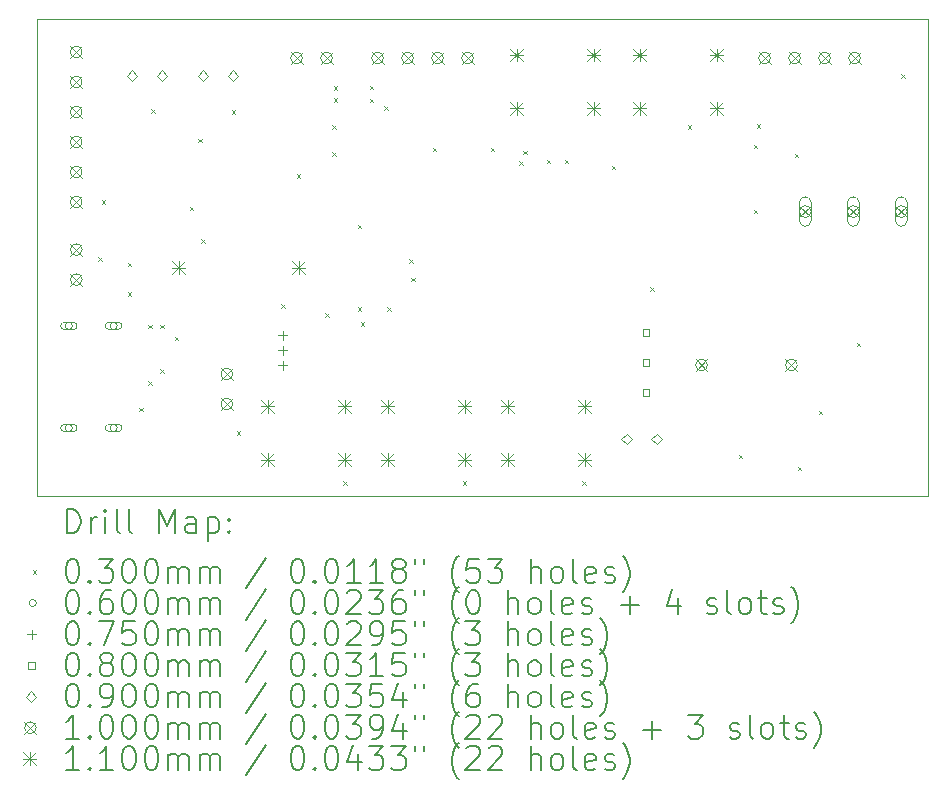
<source format=gbr>
%TF.GenerationSoftware,KiCad,Pcbnew,8.0.4*%
%TF.CreationDate,2024-08-25T14:03:01+02:00*%
%TF.ProjectId,cooking_thermometer,636f6f6b-696e-4675-9f74-6865726d6f6d,rev?*%
%TF.SameCoordinates,Original*%
%TF.FileFunction,Drillmap*%
%TF.FilePolarity,Positive*%
%FSLAX45Y45*%
G04 Gerber Fmt 4.5, Leading zero omitted, Abs format (unit mm)*
G04 Created by KiCad (PCBNEW 8.0.4) date 2024-08-25 14:03:01*
%MOMM*%
%LPD*%
G01*
G04 APERTURE LIST*
%ADD10C,0.050000*%
%ADD11C,0.200000*%
%ADD12C,0.100000*%
%ADD13C,0.110000*%
G04 APERTURE END LIST*
D10*
X14714600Y-7594600D02*
X22259800Y-7594600D01*
X22259800Y-11633200D01*
X14714600Y-11633200D01*
X14714600Y-7594600D01*
D11*
D12*
X15235000Y-9610000D02*
X15265000Y-9640000D01*
X15265000Y-9610000D02*
X15235000Y-9640000D01*
X15266000Y-9129000D02*
X15296000Y-9159000D01*
X15296000Y-9129000D02*
X15266000Y-9159000D01*
X15485000Y-9660000D02*
X15515000Y-9690000D01*
X15515000Y-9660000D02*
X15485000Y-9690000D01*
X15485000Y-9910000D02*
X15515000Y-9940000D01*
X15515000Y-9910000D02*
X15485000Y-9940000D01*
X15585000Y-10885000D02*
X15615000Y-10915000D01*
X15615000Y-10885000D02*
X15585000Y-10915000D01*
X15660000Y-10185000D02*
X15690000Y-10215000D01*
X15690000Y-10185000D02*
X15660000Y-10215000D01*
X15660000Y-10660000D02*
X15690000Y-10690000D01*
X15690000Y-10660000D02*
X15660000Y-10690000D01*
X15685000Y-8360000D02*
X15715000Y-8390000D01*
X15715000Y-8360000D02*
X15685000Y-8390000D01*
X15760000Y-10185000D02*
X15790000Y-10215000D01*
X15790000Y-10185000D02*
X15760000Y-10215000D01*
X15760000Y-10560000D02*
X15790000Y-10590000D01*
X15790000Y-10560000D02*
X15760000Y-10590000D01*
X15885000Y-10285000D02*
X15915000Y-10315000D01*
X15915000Y-10285000D02*
X15885000Y-10315000D01*
X16010000Y-9185000D02*
X16040000Y-9215000D01*
X16040000Y-9185000D02*
X16010000Y-9215000D01*
X16085000Y-8610000D02*
X16115000Y-8640000D01*
X16115000Y-8610000D02*
X16085000Y-8640000D01*
X16110000Y-9460000D02*
X16140000Y-9490000D01*
X16140000Y-9460000D02*
X16110000Y-9490000D01*
X16368000Y-8367000D02*
X16398000Y-8397000D01*
X16398000Y-8367000D02*
X16368000Y-8397000D01*
X16410000Y-11085000D02*
X16440000Y-11115000D01*
X16440000Y-11085000D02*
X16410000Y-11115000D01*
X16785000Y-10010000D02*
X16815000Y-10040000D01*
X16815000Y-10010000D02*
X16785000Y-10040000D01*
X16918000Y-8910000D02*
X16948000Y-8940000D01*
X16948000Y-8910000D02*
X16918000Y-8940000D01*
X17160000Y-10085000D02*
X17190000Y-10115000D01*
X17190000Y-10085000D02*
X17160000Y-10115000D01*
X17218900Y-8494000D02*
X17248900Y-8524000D01*
X17248900Y-8494000D02*
X17218900Y-8524000D01*
X17218900Y-8722600D02*
X17248900Y-8752600D01*
X17248900Y-8722600D02*
X17218900Y-8752600D01*
X17231600Y-8163800D02*
X17261600Y-8193800D01*
X17261600Y-8163800D02*
X17231600Y-8193800D01*
X17231600Y-8265400D02*
X17261600Y-8295400D01*
X17261600Y-8265400D02*
X17231600Y-8295400D01*
X17310000Y-11510000D02*
X17340000Y-11540000D01*
X17340000Y-11510000D02*
X17310000Y-11540000D01*
X17435000Y-9335000D02*
X17465000Y-9365000D01*
X17465000Y-9335000D02*
X17435000Y-9365000D01*
X17435000Y-10035000D02*
X17465000Y-10065000D01*
X17465000Y-10035000D02*
X17435000Y-10065000D01*
X17460000Y-10160000D02*
X17490000Y-10190000D01*
X17490000Y-10160000D02*
X17460000Y-10190000D01*
X17535000Y-8160000D02*
X17565000Y-8190000D01*
X17565000Y-8160000D02*
X17535000Y-8190000D01*
X17535000Y-8269200D02*
X17565000Y-8299200D01*
X17565000Y-8269200D02*
X17535000Y-8299200D01*
X17660000Y-8335000D02*
X17690000Y-8365000D01*
X17690000Y-8335000D02*
X17660000Y-8365000D01*
X17685000Y-10035000D02*
X17715000Y-10065000D01*
X17715000Y-10035000D02*
X17685000Y-10065000D01*
X17868594Y-9630094D02*
X17898594Y-9660094D01*
X17898594Y-9630094D02*
X17868594Y-9660094D01*
X17885000Y-9785000D02*
X17915000Y-9815000D01*
X17915000Y-9785000D02*
X17885000Y-9815000D01*
X18069800Y-8684500D02*
X18099800Y-8714500D01*
X18099800Y-8684500D02*
X18069800Y-8714500D01*
X18323800Y-11510000D02*
X18353800Y-11540000D01*
X18353800Y-11510000D02*
X18323800Y-11540000D01*
X18560777Y-8684224D02*
X18590777Y-8714224D01*
X18590777Y-8684224D02*
X18560777Y-8714224D01*
X18798800Y-8798800D02*
X18828800Y-8828800D01*
X18828800Y-8798800D02*
X18798800Y-8828800D01*
X18835000Y-8710000D02*
X18865000Y-8740000D01*
X18865000Y-8710000D02*
X18835000Y-8740000D01*
X19035000Y-8785000D02*
X19065000Y-8815000D01*
X19065000Y-8785000D02*
X19035000Y-8815000D01*
X19185000Y-8785000D02*
X19215000Y-8815000D01*
X19215000Y-8785000D02*
X19185000Y-8815000D01*
X19335000Y-11510000D02*
X19365000Y-11540000D01*
X19365000Y-11510000D02*
X19335000Y-11540000D01*
X19585000Y-8835000D02*
X19615000Y-8865000D01*
X19615000Y-8835000D02*
X19585000Y-8865000D01*
X19910000Y-9866200D02*
X19940000Y-9896200D01*
X19940000Y-9866200D02*
X19910000Y-9896200D01*
X20228800Y-8494000D02*
X20258800Y-8524000D01*
X20258800Y-8494000D02*
X20228800Y-8524000D01*
X20660000Y-11285000D02*
X20690000Y-11315000D01*
X20690000Y-11285000D02*
X20660000Y-11315000D01*
X20785000Y-8660000D02*
X20815000Y-8690000D01*
X20815000Y-8660000D02*
X20785000Y-8690000D01*
X20785000Y-9210000D02*
X20815000Y-9240000D01*
X20815000Y-9210000D02*
X20785000Y-9240000D01*
X20810000Y-8485000D02*
X20840000Y-8515000D01*
X20840000Y-8485000D02*
X20810000Y-8515000D01*
X21135000Y-8735000D02*
X21165000Y-8765000D01*
X21165000Y-8735000D02*
X21135000Y-8765000D01*
X21160000Y-11385000D02*
X21190000Y-11415000D01*
X21190000Y-11385000D02*
X21160000Y-11415000D01*
X21335000Y-10910000D02*
X21365000Y-10940000D01*
X21365000Y-10910000D02*
X21335000Y-10940000D01*
X21660000Y-10335000D02*
X21690000Y-10365000D01*
X21690000Y-10335000D02*
X21660000Y-10365000D01*
X22035000Y-8060000D02*
X22065000Y-8090000D01*
X22065000Y-8060000D02*
X22035000Y-8090000D01*
X15017250Y-10193000D02*
G75*
G02*
X14957250Y-10193000I-30000J0D01*
G01*
X14957250Y-10193000D02*
G75*
G02*
X15017250Y-10193000I30000J0D01*
G01*
X15027250Y-10163000D02*
X14947250Y-10163000D01*
X14947250Y-10223000D02*
G75*
G02*
X14947250Y-10163000I0J30000D01*
G01*
X14947250Y-10223000D02*
X15027250Y-10223000D01*
X15027250Y-10223000D02*
G75*
G03*
X15027250Y-10163000I0J30000D01*
G01*
X15017250Y-11057000D02*
G75*
G02*
X14957250Y-11057000I-30000J0D01*
G01*
X14957250Y-11057000D02*
G75*
G02*
X15017250Y-11057000I30000J0D01*
G01*
X15027250Y-11027000D02*
X14947250Y-11027000D01*
X14947250Y-11087000D02*
G75*
G02*
X14947250Y-11027000I0J30000D01*
G01*
X14947250Y-11087000D02*
X15027250Y-11087000D01*
X15027250Y-11087000D02*
G75*
G03*
X15027250Y-11027000I0J30000D01*
G01*
X15397250Y-10193000D02*
G75*
G02*
X15337250Y-10193000I-30000J0D01*
G01*
X15337250Y-10193000D02*
G75*
G02*
X15397250Y-10193000I30000J0D01*
G01*
X15407250Y-10163000D02*
X15327250Y-10163000D01*
X15327250Y-10223000D02*
G75*
G02*
X15327250Y-10163000I0J30000D01*
G01*
X15327250Y-10223000D02*
X15407250Y-10223000D01*
X15407250Y-10223000D02*
G75*
G03*
X15407250Y-10163000I0J30000D01*
G01*
X15397250Y-11057000D02*
G75*
G02*
X15337250Y-11057000I-30000J0D01*
G01*
X15337250Y-11057000D02*
G75*
G02*
X15397250Y-11057000I30000J0D01*
G01*
X15407250Y-11027000D02*
X15327250Y-11027000D01*
X15327250Y-11087000D02*
G75*
G02*
X15327250Y-11027000I0J30000D01*
G01*
X15327250Y-11087000D02*
X15407250Y-11087000D01*
X15407250Y-11087000D02*
G75*
G03*
X15407250Y-11027000I0J30000D01*
G01*
X16800000Y-10233500D02*
X16800000Y-10308500D01*
X16762500Y-10271000D02*
X16837500Y-10271000D01*
X16800000Y-10360500D02*
X16800000Y-10435500D01*
X16762500Y-10398000D02*
X16837500Y-10398000D01*
X16800000Y-10487500D02*
X16800000Y-10562500D01*
X16762500Y-10525000D02*
X16837500Y-10525000D01*
X19903285Y-10274285D02*
X19903285Y-10217716D01*
X19846716Y-10217716D01*
X19846716Y-10274285D01*
X19903285Y-10274285D01*
X19903285Y-10528285D02*
X19903285Y-10471716D01*
X19846716Y-10471716D01*
X19846716Y-10528285D01*
X19903285Y-10528285D01*
X19903285Y-10782285D02*
X19903285Y-10725716D01*
X19846716Y-10725716D01*
X19846716Y-10782285D01*
X19903285Y-10782285D01*
X15522500Y-8120000D02*
X15567500Y-8075000D01*
X15522500Y-8030000D01*
X15477500Y-8075000D01*
X15522500Y-8120000D01*
X15776500Y-8120000D02*
X15821500Y-8075000D01*
X15776500Y-8030000D01*
X15731500Y-8075000D01*
X15776500Y-8120000D01*
X16125000Y-8120000D02*
X16170000Y-8075000D01*
X16125000Y-8030000D01*
X16080000Y-8075000D01*
X16125000Y-8120000D01*
X16379000Y-8120000D02*
X16424000Y-8075000D01*
X16379000Y-8030000D01*
X16334000Y-8075000D01*
X16379000Y-8120000D01*
X19710400Y-11195600D02*
X19755400Y-11150600D01*
X19710400Y-11105600D01*
X19665400Y-11150600D01*
X19710400Y-11195600D01*
X19964400Y-11195600D02*
X20009400Y-11150600D01*
X19964400Y-11105600D01*
X19919400Y-11150600D01*
X19964400Y-11195600D01*
X15000000Y-7824000D02*
X15100000Y-7924000D01*
X15100000Y-7824000D02*
X15000000Y-7924000D01*
X15100000Y-7874000D02*
G75*
G02*
X15000000Y-7874000I-50000J0D01*
G01*
X15000000Y-7874000D02*
G75*
G02*
X15100000Y-7874000I50000J0D01*
G01*
X15000000Y-8078000D02*
X15100000Y-8178000D01*
X15100000Y-8078000D02*
X15000000Y-8178000D01*
X15100000Y-8128000D02*
G75*
G02*
X15000000Y-8128000I-50000J0D01*
G01*
X15000000Y-8128000D02*
G75*
G02*
X15100000Y-8128000I50000J0D01*
G01*
X15000000Y-8332000D02*
X15100000Y-8432000D01*
X15100000Y-8332000D02*
X15000000Y-8432000D01*
X15100000Y-8382000D02*
G75*
G02*
X15000000Y-8382000I-50000J0D01*
G01*
X15000000Y-8382000D02*
G75*
G02*
X15100000Y-8382000I50000J0D01*
G01*
X15000000Y-8586000D02*
X15100000Y-8686000D01*
X15100000Y-8586000D02*
X15000000Y-8686000D01*
X15100000Y-8636000D02*
G75*
G02*
X15000000Y-8636000I-50000J0D01*
G01*
X15000000Y-8636000D02*
G75*
G02*
X15100000Y-8636000I50000J0D01*
G01*
X15000000Y-8840000D02*
X15100000Y-8940000D01*
X15100000Y-8840000D02*
X15000000Y-8940000D01*
X15100000Y-8890000D02*
G75*
G02*
X15000000Y-8890000I-50000J0D01*
G01*
X15000000Y-8890000D02*
G75*
G02*
X15100000Y-8890000I50000J0D01*
G01*
X15000000Y-9094000D02*
X15100000Y-9194000D01*
X15100000Y-9094000D02*
X15000000Y-9194000D01*
X15100000Y-9144000D02*
G75*
G02*
X15000000Y-9144000I-50000J0D01*
G01*
X15000000Y-9144000D02*
G75*
G02*
X15100000Y-9144000I50000J0D01*
G01*
X15000000Y-9497500D02*
X15100000Y-9597500D01*
X15100000Y-9497500D02*
X15000000Y-9597500D01*
X15100000Y-9547500D02*
G75*
G02*
X15000000Y-9547500I-50000J0D01*
G01*
X15000000Y-9547500D02*
G75*
G02*
X15100000Y-9547500I50000J0D01*
G01*
X15000000Y-9751500D02*
X15100000Y-9851500D01*
X15100000Y-9751500D02*
X15000000Y-9851500D01*
X15100000Y-9801500D02*
G75*
G02*
X15000000Y-9801500I-50000J0D01*
G01*
X15000000Y-9801500D02*
G75*
G02*
X15100000Y-9801500I50000J0D01*
G01*
X16275000Y-10550000D02*
X16375000Y-10650000D01*
X16375000Y-10550000D02*
X16275000Y-10650000D01*
X16375000Y-10600000D02*
G75*
G02*
X16275000Y-10600000I-50000J0D01*
G01*
X16275000Y-10600000D02*
G75*
G02*
X16375000Y-10600000I50000J0D01*
G01*
X16275000Y-10804000D02*
X16375000Y-10904000D01*
X16375000Y-10804000D02*
X16275000Y-10904000D01*
X16375000Y-10854000D02*
G75*
G02*
X16275000Y-10854000I-50000J0D01*
G01*
X16275000Y-10854000D02*
G75*
G02*
X16375000Y-10854000I50000J0D01*
G01*
X16866400Y-7874800D02*
X16966400Y-7974800D01*
X16966400Y-7874800D02*
X16866400Y-7974800D01*
X16966400Y-7924800D02*
G75*
G02*
X16866400Y-7924800I-50000J0D01*
G01*
X16866400Y-7924800D02*
G75*
G02*
X16966400Y-7924800I50000J0D01*
G01*
X17120400Y-7874800D02*
X17220400Y-7974800D01*
X17220400Y-7874800D02*
X17120400Y-7974800D01*
X17220400Y-7924800D02*
G75*
G02*
X17120400Y-7924800I-50000J0D01*
G01*
X17120400Y-7924800D02*
G75*
G02*
X17220400Y-7924800I50000J0D01*
G01*
X17552200Y-7874800D02*
X17652200Y-7974800D01*
X17652200Y-7874800D02*
X17552200Y-7974800D01*
X17652200Y-7924800D02*
G75*
G02*
X17552200Y-7924800I-50000J0D01*
G01*
X17552200Y-7924800D02*
G75*
G02*
X17652200Y-7924800I50000J0D01*
G01*
X17806200Y-7874800D02*
X17906200Y-7974800D01*
X17906200Y-7874800D02*
X17806200Y-7974800D01*
X17906200Y-7924800D02*
G75*
G02*
X17806200Y-7924800I-50000J0D01*
G01*
X17806200Y-7924800D02*
G75*
G02*
X17906200Y-7924800I50000J0D01*
G01*
X18060200Y-7874800D02*
X18160200Y-7974800D01*
X18160200Y-7874800D02*
X18060200Y-7974800D01*
X18160200Y-7924800D02*
G75*
G02*
X18060200Y-7924800I-50000J0D01*
G01*
X18060200Y-7924800D02*
G75*
G02*
X18160200Y-7924800I50000J0D01*
G01*
X18314200Y-7874800D02*
X18414200Y-7974800D01*
X18414200Y-7874800D02*
X18314200Y-7974800D01*
X18414200Y-7924800D02*
G75*
G02*
X18314200Y-7924800I-50000J0D01*
G01*
X18314200Y-7924800D02*
G75*
G02*
X18414200Y-7924800I50000J0D01*
G01*
X20295000Y-10475000D02*
X20395000Y-10575000D01*
X20395000Y-10475000D02*
X20295000Y-10575000D01*
X20395000Y-10525000D02*
G75*
G02*
X20295000Y-10525000I-50000J0D01*
G01*
X20295000Y-10525000D02*
G75*
G02*
X20395000Y-10525000I50000J0D01*
G01*
X20828800Y-7874800D02*
X20928800Y-7974800D01*
X20928800Y-7874800D02*
X20828800Y-7974800D01*
X20928800Y-7924800D02*
G75*
G02*
X20828800Y-7924800I-50000J0D01*
G01*
X20828800Y-7924800D02*
G75*
G02*
X20928800Y-7924800I50000J0D01*
G01*
X21055000Y-10475000D02*
X21155000Y-10575000D01*
X21155000Y-10475000D02*
X21055000Y-10575000D01*
X21155000Y-10525000D02*
G75*
G02*
X21055000Y-10525000I-50000J0D01*
G01*
X21055000Y-10525000D02*
G75*
G02*
X21155000Y-10525000I50000J0D01*
G01*
X21082800Y-7874800D02*
X21182800Y-7974800D01*
X21182800Y-7874800D02*
X21082800Y-7974800D01*
X21182800Y-7924800D02*
G75*
G02*
X21082800Y-7924800I-50000J0D01*
G01*
X21082800Y-7924800D02*
G75*
G02*
X21182800Y-7924800I50000J0D01*
G01*
X21172550Y-9175000D02*
X21272550Y-9275000D01*
X21272550Y-9175000D02*
X21172550Y-9275000D01*
X21272550Y-9225000D02*
G75*
G02*
X21172550Y-9225000I-50000J0D01*
G01*
X21172550Y-9225000D02*
G75*
G02*
X21272550Y-9225000I50000J0D01*
G01*
X21172550Y-9150000D02*
X21172550Y-9300000D01*
X21272550Y-9300000D02*
G75*
G02*
X21172550Y-9300000I-50000J0D01*
G01*
X21272550Y-9300000D02*
X21272550Y-9150000D01*
X21272550Y-9150000D02*
G75*
G03*
X21172550Y-9150000I-50000J0D01*
G01*
X21336800Y-7874800D02*
X21436800Y-7974800D01*
X21436800Y-7874800D02*
X21336800Y-7974800D01*
X21436800Y-7924800D02*
G75*
G02*
X21336800Y-7924800I-50000J0D01*
G01*
X21336800Y-7924800D02*
G75*
G02*
X21436800Y-7924800I50000J0D01*
G01*
X21578950Y-9175000D02*
X21678950Y-9275000D01*
X21678950Y-9175000D02*
X21578950Y-9275000D01*
X21678950Y-9225000D02*
G75*
G02*
X21578950Y-9225000I-50000J0D01*
G01*
X21578950Y-9225000D02*
G75*
G02*
X21678950Y-9225000I50000J0D01*
G01*
X21578950Y-9150000D02*
X21578950Y-9300000D01*
X21678950Y-9300000D02*
G75*
G02*
X21578950Y-9300000I-50000J0D01*
G01*
X21678950Y-9300000D02*
X21678950Y-9150000D01*
X21678950Y-9150000D02*
G75*
G03*
X21578950Y-9150000I-50000J0D01*
G01*
X21590800Y-7874800D02*
X21690800Y-7974800D01*
X21690800Y-7874800D02*
X21590800Y-7974800D01*
X21690800Y-7924800D02*
G75*
G02*
X21590800Y-7924800I-50000J0D01*
G01*
X21590800Y-7924800D02*
G75*
G02*
X21690800Y-7924800I50000J0D01*
G01*
X21985350Y-9175000D02*
X22085350Y-9275000D01*
X22085350Y-9175000D02*
X21985350Y-9275000D01*
X22085350Y-9225000D02*
G75*
G02*
X21985350Y-9225000I-50000J0D01*
G01*
X21985350Y-9225000D02*
G75*
G02*
X22085350Y-9225000I50000J0D01*
G01*
X21985350Y-9150000D02*
X21985350Y-9300000D01*
X22085350Y-9300000D02*
G75*
G02*
X21985350Y-9300000I-50000J0D01*
G01*
X22085350Y-9300000D02*
X22085350Y-9150000D01*
X22085350Y-9150000D02*
G75*
G03*
X21985350Y-9150000I-50000J0D01*
G01*
D13*
X15862000Y-9645000D02*
X15972000Y-9755000D01*
X15972000Y-9645000D02*
X15862000Y-9755000D01*
X15917000Y-9645000D02*
X15917000Y-9755000D01*
X15862000Y-9700000D02*
X15972000Y-9700000D01*
X16617800Y-10820000D02*
X16727800Y-10930000D01*
X16727800Y-10820000D02*
X16617800Y-10930000D01*
X16672800Y-10820000D02*
X16672800Y-10930000D01*
X16617800Y-10875000D02*
X16727800Y-10875000D01*
X16617800Y-11270000D02*
X16727800Y-11380000D01*
X16727800Y-11270000D02*
X16617800Y-11380000D01*
X16672800Y-11270000D02*
X16672800Y-11380000D01*
X16617800Y-11325000D02*
X16727800Y-11325000D01*
X16878000Y-9645000D02*
X16988000Y-9755000D01*
X16988000Y-9645000D02*
X16878000Y-9755000D01*
X16933000Y-9645000D02*
X16933000Y-9755000D01*
X16878000Y-9700000D02*
X16988000Y-9700000D01*
X17267800Y-10820000D02*
X17377800Y-10930000D01*
X17377800Y-10820000D02*
X17267800Y-10930000D01*
X17322800Y-10820000D02*
X17322800Y-10930000D01*
X17267800Y-10875000D02*
X17377800Y-10875000D01*
X17267800Y-11270000D02*
X17377800Y-11380000D01*
X17377800Y-11270000D02*
X17267800Y-11380000D01*
X17322800Y-11270000D02*
X17322800Y-11380000D01*
X17267800Y-11325000D02*
X17377800Y-11325000D01*
X17633800Y-10820000D02*
X17743800Y-10930000D01*
X17743800Y-10820000D02*
X17633800Y-10930000D01*
X17688800Y-10820000D02*
X17688800Y-10930000D01*
X17633800Y-10875000D02*
X17743800Y-10875000D01*
X17633800Y-11270000D02*
X17743800Y-11380000D01*
X17743800Y-11270000D02*
X17633800Y-11380000D01*
X17688800Y-11270000D02*
X17688800Y-11380000D01*
X17633800Y-11325000D02*
X17743800Y-11325000D01*
X18283800Y-10820000D02*
X18393800Y-10930000D01*
X18393800Y-10820000D02*
X18283800Y-10930000D01*
X18338800Y-10820000D02*
X18338800Y-10930000D01*
X18283800Y-10875000D02*
X18393800Y-10875000D01*
X18283800Y-11270000D02*
X18393800Y-11380000D01*
X18393800Y-11270000D02*
X18283800Y-11380000D01*
X18338800Y-11270000D02*
X18338800Y-11380000D01*
X18283800Y-11325000D02*
X18393800Y-11325000D01*
X18649800Y-10820000D02*
X18759800Y-10930000D01*
X18759800Y-10820000D02*
X18649800Y-10930000D01*
X18704800Y-10820000D02*
X18704800Y-10930000D01*
X18649800Y-10875000D02*
X18759800Y-10875000D01*
X18649800Y-11270000D02*
X18759800Y-11380000D01*
X18759800Y-11270000D02*
X18649800Y-11380000D01*
X18704800Y-11270000D02*
X18704800Y-11380000D01*
X18649800Y-11325000D02*
X18759800Y-11325000D01*
X18726000Y-7844400D02*
X18836000Y-7954400D01*
X18836000Y-7844400D02*
X18726000Y-7954400D01*
X18781000Y-7844400D02*
X18781000Y-7954400D01*
X18726000Y-7899400D02*
X18836000Y-7899400D01*
X18726000Y-8294400D02*
X18836000Y-8404400D01*
X18836000Y-8294400D02*
X18726000Y-8404400D01*
X18781000Y-8294400D02*
X18781000Y-8404400D01*
X18726000Y-8349400D02*
X18836000Y-8349400D01*
X19299800Y-10820000D02*
X19409800Y-10930000D01*
X19409800Y-10820000D02*
X19299800Y-10930000D01*
X19354800Y-10820000D02*
X19354800Y-10930000D01*
X19299800Y-10875000D02*
X19409800Y-10875000D01*
X19299800Y-11270000D02*
X19409800Y-11380000D01*
X19409800Y-11270000D02*
X19299800Y-11380000D01*
X19354800Y-11270000D02*
X19354800Y-11380000D01*
X19299800Y-11325000D02*
X19409800Y-11325000D01*
X19376000Y-7844400D02*
X19486000Y-7954400D01*
X19486000Y-7844400D02*
X19376000Y-7954400D01*
X19431000Y-7844400D02*
X19431000Y-7954400D01*
X19376000Y-7899400D02*
X19486000Y-7899400D01*
X19376000Y-8294400D02*
X19486000Y-8404400D01*
X19486000Y-8294400D02*
X19376000Y-8404400D01*
X19431000Y-8294400D02*
X19431000Y-8404400D01*
X19376000Y-8349400D02*
X19486000Y-8349400D01*
X19767400Y-7844400D02*
X19877400Y-7954400D01*
X19877400Y-7844400D02*
X19767400Y-7954400D01*
X19822400Y-7844400D02*
X19822400Y-7954400D01*
X19767400Y-7899400D02*
X19877400Y-7899400D01*
X19767400Y-8294400D02*
X19877400Y-8404400D01*
X19877400Y-8294400D02*
X19767400Y-8404400D01*
X19822400Y-8294400D02*
X19822400Y-8404400D01*
X19767400Y-8349400D02*
X19877400Y-8349400D01*
X20417400Y-7844400D02*
X20527400Y-7954400D01*
X20527400Y-7844400D02*
X20417400Y-7954400D01*
X20472400Y-7844400D02*
X20472400Y-7954400D01*
X20417400Y-7899400D02*
X20527400Y-7899400D01*
X20417400Y-8294400D02*
X20527400Y-8404400D01*
X20527400Y-8294400D02*
X20417400Y-8404400D01*
X20472400Y-8294400D02*
X20472400Y-8404400D01*
X20417400Y-8349400D02*
X20527400Y-8349400D01*
D11*
X14972877Y-11947184D02*
X14972877Y-11747184D01*
X14972877Y-11747184D02*
X15020496Y-11747184D01*
X15020496Y-11747184D02*
X15049067Y-11756708D01*
X15049067Y-11756708D02*
X15068115Y-11775755D01*
X15068115Y-11775755D02*
X15077639Y-11794803D01*
X15077639Y-11794803D02*
X15087162Y-11832898D01*
X15087162Y-11832898D02*
X15087162Y-11861469D01*
X15087162Y-11861469D02*
X15077639Y-11899565D01*
X15077639Y-11899565D02*
X15068115Y-11918612D01*
X15068115Y-11918612D02*
X15049067Y-11937660D01*
X15049067Y-11937660D02*
X15020496Y-11947184D01*
X15020496Y-11947184D02*
X14972877Y-11947184D01*
X15172877Y-11947184D02*
X15172877Y-11813850D01*
X15172877Y-11851946D02*
X15182401Y-11832898D01*
X15182401Y-11832898D02*
X15191924Y-11823374D01*
X15191924Y-11823374D02*
X15210972Y-11813850D01*
X15210972Y-11813850D02*
X15230020Y-11813850D01*
X15296686Y-11947184D02*
X15296686Y-11813850D01*
X15296686Y-11747184D02*
X15287162Y-11756708D01*
X15287162Y-11756708D02*
X15296686Y-11766231D01*
X15296686Y-11766231D02*
X15306210Y-11756708D01*
X15306210Y-11756708D02*
X15296686Y-11747184D01*
X15296686Y-11747184D02*
X15296686Y-11766231D01*
X15420496Y-11947184D02*
X15401448Y-11937660D01*
X15401448Y-11937660D02*
X15391924Y-11918612D01*
X15391924Y-11918612D02*
X15391924Y-11747184D01*
X15525258Y-11947184D02*
X15506210Y-11937660D01*
X15506210Y-11937660D02*
X15496686Y-11918612D01*
X15496686Y-11918612D02*
X15496686Y-11747184D01*
X15753829Y-11947184D02*
X15753829Y-11747184D01*
X15753829Y-11747184D02*
X15820496Y-11890041D01*
X15820496Y-11890041D02*
X15887162Y-11747184D01*
X15887162Y-11747184D02*
X15887162Y-11947184D01*
X16068115Y-11947184D02*
X16068115Y-11842422D01*
X16068115Y-11842422D02*
X16058591Y-11823374D01*
X16058591Y-11823374D02*
X16039543Y-11813850D01*
X16039543Y-11813850D02*
X16001448Y-11813850D01*
X16001448Y-11813850D02*
X15982401Y-11823374D01*
X16068115Y-11937660D02*
X16049067Y-11947184D01*
X16049067Y-11947184D02*
X16001448Y-11947184D01*
X16001448Y-11947184D02*
X15982401Y-11937660D01*
X15982401Y-11937660D02*
X15972877Y-11918612D01*
X15972877Y-11918612D02*
X15972877Y-11899565D01*
X15972877Y-11899565D02*
X15982401Y-11880517D01*
X15982401Y-11880517D02*
X16001448Y-11870993D01*
X16001448Y-11870993D02*
X16049067Y-11870993D01*
X16049067Y-11870993D02*
X16068115Y-11861469D01*
X16163353Y-11813850D02*
X16163353Y-12013850D01*
X16163353Y-11823374D02*
X16182401Y-11813850D01*
X16182401Y-11813850D02*
X16220496Y-11813850D01*
X16220496Y-11813850D02*
X16239543Y-11823374D01*
X16239543Y-11823374D02*
X16249067Y-11832898D01*
X16249067Y-11832898D02*
X16258591Y-11851946D01*
X16258591Y-11851946D02*
X16258591Y-11909088D01*
X16258591Y-11909088D02*
X16249067Y-11928136D01*
X16249067Y-11928136D02*
X16239543Y-11937660D01*
X16239543Y-11937660D02*
X16220496Y-11947184D01*
X16220496Y-11947184D02*
X16182401Y-11947184D01*
X16182401Y-11947184D02*
X16163353Y-11937660D01*
X16344305Y-11928136D02*
X16353829Y-11937660D01*
X16353829Y-11937660D02*
X16344305Y-11947184D01*
X16344305Y-11947184D02*
X16334782Y-11937660D01*
X16334782Y-11937660D02*
X16344305Y-11928136D01*
X16344305Y-11928136D02*
X16344305Y-11947184D01*
X16344305Y-11823374D02*
X16353829Y-11832898D01*
X16353829Y-11832898D02*
X16344305Y-11842422D01*
X16344305Y-11842422D02*
X16334782Y-11832898D01*
X16334782Y-11832898D02*
X16344305Y-11823374D01*
X16344305Y-11823374D02*
X16344305Y-11842422D01*
D12*
X14682100Y-12260700D02*
X14712100Y-12290700D01*
X14712100Y-12260700D02*
X14682100Y-12290700D01*
D11*
X15010972Y-12167184D02*
X15030020Y-12167184D01*
X15030020Y-12167184D02*
X15049067Y-12176708D01*
X15049067Y-12176708D02*
X15058591Y-12186231D01*
X15058591Y-12186231D02*
X15068115Y-12205279D01*
X15068115Y-12205279D02*
X15077639Y-12243374D01*
X15077639Y-12243374D02*
X15077639Y-12290993D01*
X15077639Y-12290993D02*
X15068115Y-12329088D01*
X15068115Y-12329088D02*
X15058591Y-12348136D01*
X15058591Y-12348136D02*
X15049067Y-12357660D01*
X15049067Y-12357660D02*
X15030020Y-12367184D01*
X15030020Y-12367184D02*
X15010972Y-12367184D01*
X15010972Y-12367184D02*
X14991924Y-12357660D01*
X14991924Y-12357660D02*
X14982401Y-12348136D01*
X14982401Y-12348136D02*
X14972877Y-12329088D01*
X14972877Y-12329088D02*
X14963353Y-12290993D01*
X14963353Y-12290993D02*
X14963353Y-12243374D01*
X14963353Y-12243374D02*
X14972877Y-12205279D01*
X14972877Y-12205279D02*
X14982401Y-12186231D01*
X14982401Y-12186231D02*
X14991924Y-12176708D01*
X14991924Y-12176708D02*
X15010972Y-12167184D01*
X15163353Y-12348136D02*
X15172877Y-12357660D01*
X15172877Y-12357660D02*
X15163353Y-12367184D01*
X15163353Y-12367184D02*
X15153829Y-12357660D01*
X15153829Y-12357660D02*
X15163353Y-12348136D01*
X15163353Y-12348136D02*
X15163353Y-12367184D01*
X15239543Y-12167184D02*
X15363353Y-12167184D01*
X15363353Y-12167184D02*
X15296686Y-12243374D01*
X15296686Y-12243374D02*
X15325258Y-12243374D01*
X15325258Y-12243374D02*
X15344305Y-12252898D01*
X15344305Y-12252898D02*
X15353829Y-12262422D01*
X15353829Y-12262422D02*
X15363353Y-12281469D01*
X15363353Y-12281469D02*
X15363353Y-12329088D01*
X15363353Y-12329088D02*
X15353829Y-12348136D01*
X15353829Y-12348136D02*
X15344305Y-12357660D01*
X15344305Y-12357660D02*
X15325258Y-12367184D01*
X15325258Y-12367184D02*
X15268115Y-12367184D01*
X15268115Y-12367184D02*
X15249067Y-12357660D01*
X15249067Y-12357660D02*
X15239543Y-12348136D01*
X15487162Y-12167184D02*
X15506210Y-12167184D01*
X15506210Y-12167184D02*
X15525258Y-12176708D01*
X15525258Y-12176708D02*
X15534782Y-12186231D01*
X15534782Y-12186231D02*
X15544305Y-12205279D01*
X15544305Y-12205279D02*
X15553829Y-12243374D01*
X15553829Y-12243374D02*
X15553829Y-12290993D01*
X15553829Y-12290993D02*
X15544305Y-12329088D01*
X15544305Y-12329088D02*
X15534782Y-12348136D01*
X15534782Y-12348136D02*
X15525258Y-12357660D01*
X15525258Y-12357660D02*
X15506210Y-12367184D01*
X15506210Y-12367184D02*
X15487162Y-12367184D01*
X15487162Y-12367184D02*
X15468115Y-12357660D01*
X15468115Y-12357660D02*
X15458591Y-12348136D01*
X15458591Y-12348136D02*
X15449067Y-12329088D01*
X15449067Y-12329088D02*
X15439543Y-12290993D01*
X15439543Y-12290993D02*
X15439543Y-12243374D01*
X15439543Y-12243374D02*
X15449067Y-12205279D01*
X15449067Y-12205279D02*
X15458591Y-12186231D01*
X15458591Y-12186231D02*
X15468115Y-12176708D01*
X15468115Y-12176708D02*
X15487162Y-12167184D01*
X15677639Y-12167184D02*
X15696686Y-12167184D01*
X15696686Y-12167184D02*
X15715734Y-12176708D01*
X15715734Y-12176708D02*
X15725258Y-12186231D01*
X15725258Y-12186231D02*
X15734782Y-12205279D01*
X15734782Y-12205279D02*
X15744305Y-12243374D01*
X15744305Y-12243374D02*
X15744305Y-12290993D01*
X15744305Y-12290993D02*
X15734782Y-12329088D01*
X15734782Y-12329088D02*
X15725258Y-12348136D01*
X15725258Y-12348136D02*
X15715734Y-12357660D01*
X15715734Y-12357660D02*
X15696686Y-12367184D01*
X15696686Y-12367184D02*
X15677639Y-12367184D01*
X15677639Y-12367184D02*
X15658591Y-12357660D01*
X15658591Y-12357660D02*
X15649067Y-12348136D01*
X15649067Y-12348136D02*
X15639543Y-12329088D01*
X15639543Y-12329088D02*
X15630020Y-12290993D01*
X15630020Y-12290993D02*
X15630020Y-12243374D01*
X15630020Y-12243374D02*
X15639543Y-12205279D01*
X15639543Y-12205279D02*
X15649067Y-12186231D01*
X15649067Y-12186231D02*
X15658591Y-12176708D01*
X15658591Y-12176708D02*
X15677639Y-12167184D01*
X15830020Y-12367184D02*
X15830020Y-12233850D01*
X15830020Y-12252898D02*
X15839543Y-12243374D01*
X15839543Y-12243374D02*
X15858591Y-12233850D01*
X15858591Y-12233850D02*
X15887163Y-12233850D01*
X15887163Y-12233850D02*
X15906210Y-12243374D01*
X15906210Y-12243374D02*
X15915734Y-12262422D01*
X15915734Y-12262422D02*
X15915734Y-12367184D01*
X15915734Y-12262422D02*
X15925258Y-12243374D01*
X15925258Y-12243374D02*
X15944305Y-12233850D01*
X15944305Y-12233850D02*
X15972877Y-12233850D01*
X15972877Y-12233850D02*
X15991924Y-12243374D01*
X15991924Y-12243374D02*
X16001448Y-12262422D01*
X16001448Y-12262422D02*
X16001448Y-12367184D01*
X16096686Y-12367184D02*
X16096686Y-12233850D01*
X16096686Y-12252898D02*
X16106210Y-12243374D01*
X16106210Y-12243374D02*
X16125258Y-12233850D01*
X16125258Y-12233850D02*
X16153829Y-12233850D01*
X16153829Y-12233850D02*
X16172877Y-12243374D01*
X16172877Y-12243374D02*
X16182401Y-12262422D01*
X16182401Y-12262422D02*
X16182401Y-12367184D01*
X16182401Y-12262422D02*
X16191924Y-12243374D01*
X16191924Y-12243374D02*
X16210972Y-12233850D01*
X16210972Y-12233850D02*
X16239543Y-12233850D01*
X16239543Y-12233850D02*
X16258591Y-12243374D01*
X16258591Y-12243374D02*
X16268115Y-12262422D01*
X16268115Y-12262422D02*
X16268115Y-12367184D01*
X16658591Y-12157660D02*
X16487163Y-12414803D01*
X16915734Y-12167184D02*
X16934782Y-12167184D01*
X16934782Y-12167184D02*
X16953829Y-12176708D01*
X16953829Y-12176708D02*
X16963353Y-12186231D01*
X16963353Y-12186231D02*
X16972877Y-12205279D01*
X16972877Y-12205279D02*
X16982401Y-12243374D01*
X16982401Y-12243374D02*
X16982401Y-12290993D01*
X16982401Y-12290993D02*
X16972877Y-12329088D01*
X16972877Y-12329088D02*
X16963353Y-12348136D01*
X16963353Y-12348136D02*
X16953829Y-12357660D01*
X16953829Y-12357660D02*
X16934782Y-12367184D01*
X16934782Y-12367184D02*
X16915734Y-12367184D01*
X16915734Y-12367184D02*
X16896687Y-12357660D01*
X16896687Y-12357660D02*
X16887163Y-12348136D01*
X16887163Y-12348136D02*
X16877639Y-12329088D01*
X16877639Y-12329088D02*
X16868115Y-12290993D01*
X16868115Y-12290993D02*
X16868115Y-12243374D01*
X16868115Y-12243374D02*
X16877639Y-12205279D01*
X16877639Y-12205279D02*
X16887163Y-12186231D01*
X16887163Y-12186231D02*
X16896687Y-12176708D01*
X16896687Y-12176708D02*
X16915734Y-12167184D01*
X17068115Y-12348136D02*
X17077639Y-12357660D01*
X17077639Y-12357660D02*
X17068115Y-12367184D01*
X17068115Y-12367184D02*
X17058591Y-12357660D01*
X17058591Y-12357660D02*
X17068115Y-12348136D01*
X17068115Y-12348136D02*
X17068115Y-12367184D01*
X17201448Y-12167184D02*
X17220496Y-12167184D01*
X17220496Y-12167184D02*
X17239544Y-12176708D01*
X17239544Y-12176708D02*
X17249068Y-12186231D01*
X17249068Y-12186231D02*
X17258591Y-12205279D01*
X17258591Y-12205279D02*
X17268115Y-12243374D01*
X17268115Y-12243374D02*
X17268115Y-12290993D01*
X17268115Y-12290993D02*
X17258591Y-12329088D01*
X17258591Y-12329088D02*
X17249068Y-12348136D01*
X17249068Y-12348136D02*
X17239544Y-12357660D01*
X17239544Y-12357660D02*
X17220496Y-12367184D01*
X17220496Y-12367184D02*
X17201448Y-12367184D01*
X17201448Y-12367184D02*
X17182401Y-12357660D01*
X17182401Y-12357660D02*
X17172877Y-12348136D01*
X17172877Y-12348136D02*
X17163353Y-12329088D01*
X17163353Y-12329088D02*
X17153829Y-12290993D01*
X17153829Y-12290993D02*
X17153829Y-12243374D01*
X17153829Y-12243374D02*
X17163353Y-12205279D01*
X17163353Y-12205279D02*
X17172877Y-12186231D01*
X17172877Y-12186231D02*
X17182401Y-12176708D01*
X17182401Y-12176708D02*
X17201448Y-12167184D01*
X17458591Y-12367184D02*
X17344306Y-12367184D01*
X17401448Y-12367184D02*
X17401448Y-12167184D01*
X17401448Y-12167184D02*
X17382401Y-12195755D01*
X17382401Y-12195755D02*
X17363353Y-12214803D01*
X17363353Y-12214803D02*
X17344306Y-12224327D01*
X17649068Y-12367184D02*
X17534782Y-12367184D01*
X17591925Y-12367184D02*
X17591925Y-12167184D01*
X17591925Y-12167184D02*
X17572877Y-12195755D01*
X17572877Y-12195755D02*
X17553829Y-12214803D01*
X17553829Y-12214803D02*
X17534782Y-12224327D01*
X17763353Y-12252898D02*
X17744306Y-12243374D01*
X17744306Y-12243374D02*
X17734782Y-12233850D01*
X17734782Y-12233850D02*
X17725258Y-12214803D01*
X17725258Y-12214803D02*
X17725258Y-12205279D01*
X17725258Y-12205279D02*
X17734782Y-12186231D01*
X17734782Y-12186231D02*
X17744306Y-12176708D01*
X17744306Y-12176708D02*
X17763353Y-12167184D01*
X17763353Y-12167184D02*
X17801449Y-12167184D01*
X17801449Y-12167184D02*
X17820496Y-12176708D01*
X17820496Y-12176708D02*
X17830020Y-12186231D01*
X17830020Y-12186231D02*
X17839544Y-12205279D01*
X17839544Y-12205279D02*
X17839544Y-12214803D01*
X17839544Y-12214803D02*
X17830020Y-12233850D01*
X17830020Y-12233850D02*
X17820496Y-12243374D01*
X17820496Y-12243374D02*
X17801449Y-12252898D01*
X17801449Y-12252898D02*
X17763353Y-12252898D01*
X17763353Y-12252898D02*
X17744306Y-12262422D01*
X17744306Y-12262422D02*
X17734782Y-12271946D01*
X17734782Y-12271946D02*
X17725258Y-12290993D01*
X17725258Y-12290993D02*
X17725258Y-12329088D01*
X17725258Y-12329088D02*
X17734782Y-12348136D01*
X17734782Y-12348136D02*
X17744306Y-12357660D01*
X17744306Y-12357660D02*
X17763353Y-12367184D01*
X17763353Y-12367184D02*
X17801449Y-12367184D01*
X17801449Y-12367184D02*
X17820496Y-12357660D01*
X17820496Y-12357660D02*
X17830020Y-12348136D01*
X17830020Y-12348136D02*
X17839544Y-12329088D01*
X17839544Y-12329088D02*
X17839544Y-12290993D01*
X17839544Y-12290993D02*
X17830020Y-12271946D01*
X17830020Y-12271946D02*
X17820496Y-12262422D01*
X17820496Y-12262422D02*
X17801449Y-12252898D01*
X17915734Y-12167184D02*
X17915734Y-12205279D01*
X17991925Y-12167184D02*
X17991925Y-12205279D01*
X18287163Y-12443374D02*
X18277639Y-12433850D01*
X18277639Y-12433850D02*
X18258591Y-12405279D01*
X18258591Y-12405279D02*
X18249068Y-12386231D01*
X18249068Y-12386231D02*
X18239544Y-12357660D01*
X18239544Y-12357660D02*
X18230020Y-12310041D01*
X18230020Y-12310041D02*
X18230020Y-12271946D01*
X18230020Y-12271946D02*
X18239544Y-12224327D01*
X18239544Y-12224327D02*
X18249068Y-12195755D01*
X18249068Y-12195755D02*
X18258591Y-12176708D01*
X18258591Y-12176708D02*
X18277639Y-12148136D01*
X18277639Y-12148136D02*
X18287163Y-12138612D01*
X18458591Y-12167184D02*
X18363353Y-12167184D01*
X18363353Y-12167184D02*
X18353830Y-12262422D01*
X18353830Y-12262422D02*
X18363353Y-12252898D01*
X18363353Y-12252898D02*
X18382401Y-12243374D01*
X18382401Y-12243374D02*
X18430020Y-12243374D01*
X18430020Y-12243374D02*
X18449068Y-12252898D01*
X18449068Y-12252898D02*
X18458591Y-12262422D01*
X18458591Y-12262422D02*
X18468115Y-12281469D01*
X18468115Y-12281469D02*
X18468115Y-12329088D01*
X18468115Y-12329088D02*
X18458591Y-12348136D01*
X18458591Y-12348136D02*
X18449068Y-12357660D01*
X18449068Y-12357660D02*
X18430020Y-12367184D01*
X18430020Y-12367184D02*
X18382401Y-12367184D01*
X18382401Y-12367184D02*
X18363353Y-12357660D01*
X18363353Y-12357660D02*
X18353830Y-12348136D01*
X18534782Y-12167184D02*
X18658591Y-12167184D01*
X18658591Y-12167184D02*
X18591925Y-12243374D01*
X18591925Y-12243374D02*
X18620496Y-12243374D01*
X18620496Y-12243374D02*
X18639544Y-12252898D01*
X18639544Y-12252898D02*
X18649068Y-12262422D01*
X18649068Y-12262422D02*
X18658591Y-12281469D01*
X18658591Y-12281469D02*
X18658591Y-12329088D01*
X18658591Y-12329088D02*
X18649068Y-12348136D01*
X18649068Y-12348136D02*
X18639544Y-12357660D01*
X18639544Y-12357660D02*
X18620496Y-12367184D01*
X18620496Y-12367184D02*
X18563353Y-12367184D01*
X18563353Y-12367184D02*
X18544306Y-12357660D01*
X18544306Y-12357660D02*
X18534782Y-12348136D01*
X18896687Y-12367184D02*
X18896687Y-12167184D01*
X18982401Y-12367184D02*
X18982401Y-12262422D01*
X18982401Y-12262422D02*
X18972877Y-12243374D01*
X18972877Y-12243374D02*
X18953830Y-12233850D01*
X18953830Y-12233850D02*
X18925258Y-12233850D01*
X18925258Y-12233850D02*
X18906211Y-12243374D01*
X18906211Y-12243374D02*
X18896687Y-12252898D01*
X19106211Y-12367184D02*
X19087163Y-12357660D01*
X19087163Y-12357660D02*
X19077639Y-12348136D01*
X19077639Y-12348136D02*
X19068115Y-12329088D01*
X19068115Y-12329088D02*
X19068115Y-12271946D01*
X19068115Y-12271946D02*
X19077639Y-12252898D01*
X19077639Y-12252898D02*
X19087163Y-12243374D01*
X19087163Y-12243374D02*
X19106211Y-12233850D01*
X19106211Y-12233850D02*
X19134782Y-12233850D01*
X19134782Y-12233850D02*
X19153830Y-12243374D01*
X19153830Y-12243374D02*
X19163353Y-12252898D01*
X19163353Y-12252898D02*
X19172877Y-12271946D01*
X19172877Y-12271946D02*
X19172877Y-12329088D01*
X19172877Y-12329088D02*
X19163353Y-12348136D01*
X19163353Y-12348136D02*
X19153830Y-12357660D01*
X19153830Y-12357660D02*
X19134782Y-12367184D01*
X19134782Y-12367184D02*
X19106211Y-12367184D01*
X19287163Y-12367184D02*
X19268115Y-12357660D01*
X19268115Y-12357660D02*
X19258592Y-12338612D01*
X19258592Y-12338612D02*
X19258592Y-12167184D01*
X19439544Y-12357660D02*
X19420496Y-12367184D01*
X19420496Y-12367184D02*
X19382401Y-12367184D01*
X19382401Y-12367184D02*
X19363353Y-12357660D01*
X19363353Y-12357660D02*
X19353830Y-12338612D01*
X19353830Y-12338612D02*
X19353830Y-12262422D01*
X19353830Y-12262422D02*
X19363353Y-12243374D01*
X19363353Y-12243374D02*
X19382401Y-12233850D01*
X19382401Y-12233850D02*
X19420496Y-12233850D01*
X19420496Y-12233850D02*
X19439544Y-12243374D01*
X19439544Y-12243374D02*
X19449068Y-12262422D01*
X19449068Y-12262422D02*
X19449068Y-12281469D01*
X19449068Y-12281469D02*
X19353830Y-12300517D01*
X19525258Y-12357660D02*
X19544306Y-12367184D01*
X19544306Y-12367184D02*
X19582401Y-12367184D01*
X19582401Y-12367184D02*
X19601449Y-12357660D01*
X19601449Y-12357660D02*
X19610973Y-12338612D01*
X19610973Y-12338612D02*
X19610973Y-12329088D01*
X19610973Y-12329088D02*
X19601449Y-12310041D01*
X19601449Y-12310041D02*
X19582401Y-12300517D01*
X19582401Y-12300517D02*
X19553830Y-12300517D01*
X19553830Y-12300517D02*
X19534782Y-12290993D01*
X19534782Y-12290993D02*
X19525258Y-12271946D01*
X19525258Y-12271946D02*
X19525258Y-12262422D01*
X19525258Y-12262422D02*
X19534782Y-12243374D01*
X19534782Y-12243374D02*
X19553830Y-12233850D01*
X19553830Y-12233850D02*
X19582401Y-12233850D01*
X19582401Y-12233850D02*
X19601449Y-12243374D01*
X19677639Y-12443374D02*
X19687163Y-12433850D01*
X19687163Y-12433850D02*
X19706211Y-12405279D01*
X19706211Y-12405279D02*
X19715734Y-12386231D01*
X19715734Y-12386231D02*
X19725258Y-12357660D01*
X19725258Y-12357660D02*
X19734782Y-12310041D01*
X19734782Y-12310041D02*
X19734782Y-12271946D01*
X19734782Y-12271946D02*
X19725258Y-12224327D01*
X19725258Y-12224327D02*
X19715734Y-12195755D01*
X19715734Y-12195755D02*
X19706211Y-12176708D01*
X19706211Y-12176708D02*
X19687163Y-12148136D01*
X19687163Y-12148136D02*
X19677639Y-12138612D01*
D12*
X14712100Y-12539700D02*
G75*
G02*
X14652100Y-12539700I-30000J0D01*
G01*
X14652100Y-12539700D02*
G75*
G02*
X14712100Y-12539700I30000J0D01*
G01*
D11*
X15010972Y-12431184D02*
X15030020Y-12431184D01*
X15030020Y-12431184D02*
X15049067Y-12440708D01*
X15049067Y-12440708D02*
X15058591Y-12450231D01*
X15058591Y-12450231D02*
X15068115Y-12469279D01*
X15068115Y-12469279D02*
X15077639Y-12507374D01*
X15077639Y-12507374D02*
X15077639Y-12554993D01*
X15077639Y-12554993D02*
X15068115Y-12593088D01*
X15068115Y-12593088D02*
X15058591Y-12612136D01*
X15058591Y-12612136D02*
X15049067Y-12621660D01*
X15049067Y-12621660D02*
X15030020Y-12631184D01*
X15030020Y-12631184D02*
X15010972Y-12631184D01*
X15010972Y-12631184D02*
X14991924Y-12621660D01*
X14991924Y-12621660D02*
X14982401Y-12612136D01*
X14982401Y-12612136D02*
X14972877Y-12593088D01*
X14972877Y-12593088D02*
X14963353Y-12554993D01*
X14963353Y-12554993D02*
X14963353Y-12507374D01*
X14963353Y-12507374D02*
X14972877Y-12469279D01*
X14972877Y-12469279D02*
X14982401Y-12450231D01*
X14982401Y-12450231D02*
X14991924Y-12440708D01*
X14991924Y-12440708D02*
X15010972Y-12431184D01*
X15163353Y-12612136D02*
X15172877Y-12621660D01*
X15172877Y-12621660D02*
X15163353Y-12631184D01*
X15163353Y-12631184D02*
X15153829Y-12621660D01*
X15153829Y-12621660D02*
X15163353Y-12612136D01*
X15163353Y-12612136D02*
X15163353Y-12631184D01*
X15344305Y-12431184D02*
X15306210Y-12431184D01*
X15306210Y-12431184D02*
X15287162Y-12440708D01*
X15287162Y-12440708D02*
X15277639Y-12450231D01*
X15277639Y-12450231D02*
X15258591Y-12478803D01*
X15258591Y-12478803D02*
X15249067Y-12516898D01*
X15249067Y-12516898D02*
X15249067Y-12593088D01*
X15249067Y-12593088D02*
X15258591Y-12612136D01*
X15258591Y-12612136D02*
X15268115Y-12621660D01*
X15268115Y-12621660D02*
X15287162Y-12631184D01*
X15287162Y-12631184D02*
X15325258Y-12631184D01*
X15325258Y-12631184D02*
X15344305Y-12621660D01*
X15344305Y-12621660D02*
X15353829Y-12612136D01*
X15353829Y-12612136D02*
X15363353Y-12593088D01*
X15363353Y-12593088D02*
X15363353Y-12545469D01*
X15363353Y-12545469D02*
X15353829Y-12526422D01*
X15353829Y-12526422D02*
X15344305Y-12516898D01*
X15344305Y-12516898D02*
X15325258Y-12507374D01*
X15325258Y-12507374D02*
X15287162Y-12507374D01*
X15287162Y-12507374D02*
X15268115Y-12516898D01*
X15268115Y-12516898D02*
X15258591Y-12526422D01*
X15258591Y-12526422D02*
X15249067Y-12545469D01*
X15487162Y-12431184D02*
X15506210Y-12431184D01*
X15506210Y-12431184D02*
X15525258Y-12440708D01*
X15525258Y-12440708D02*
X15534782Y-12450231D01*
X15534782Y-12450231D02*
X15544305Y-12469279D01*
X15544305Y-12469279D02*
X15553829Y-12507374D01*
X15553829Y-12507374D02*
X15553829Y-12554993D01*
X15553829Y-12554993D02*
X15544305Y-12593088D01*
X15544305Y-12593088D02*
X15534782Y-12612136D01*
X15534782Y-12612136D02*
X15525258Y-12621660D01*
X15525258Y-12621660D02*
X15506210Y-12631184D01*
X15506210Y-12631184D02*
X15487162Y-12631184D01*
X15487162Y-12631184D02*
X15468115Y-12621660D01*
X15468115Y-12621660D02*
X15458591Y-12612136D01*
X15458591Y-12612136D02*
X15449067Y-12593088D01*
X15449067Y-12593088D02*
X15439543Y-12554993D01*
X15439543Y-12554993D02*
X15439543Y-12507374D01*
X15439543Y-12507374D02*
X15449067Y-12469279D01*
X15449067Y-12469279D02*
X15458591Y-12450231D01*
X15458591Y-12450231D02*
X15468115Y-12440708D01*
X15468115Y-12440708D02*
X15487162Y-12431184D01*
X15677639Y-12431184D02*
X15696686Y-12431184D01*
X15696686Y-12431184D02*
X15715734Y-12440708D01*
X15715734Y-12440708D02*
X15725258Y-12450231D01*
X15725258Y-12450231D02*
X15734782Y-12469279D01*
X15734782Y-12469279D02*
X15744305Y-12507374D01*
X15744305Y-12507374D02*
X15744305Y-12554993D01*
X15744305Y-12554993D02*
X15734782Y-12593088D01*
X15734782Y-12593088D02*
X15725258Y-12612136D01*
X15725258Y-12612136D02*
X15715734Y-12621660D01*
X15715734Y-12621660D02*
X15696686Y-12631184D01*
X15696686Y-12631184D02*
X15677639Y-12631184D01*
X15677639Y-12631184D02*
X15658591Y-12621660D01*
X15658591Y-12621660D02*
X15649067Y-12612136D01*
X15649067Y-12612136D02*
X15639543Y-12593088D01*
X15639543Y-12593088D02*
X15630020Y-12554993D01*
X15630020Y-12554993D02*
X15630020Y-12507374D01*
X15630020Y-12507374D02*
X15639543Y-12469279D01*
X15639543Y-12469279D02*
X15649067Y-12450231D01*
X15649067Y-12450231D02*
X15658591Y-12440708D01*
X15658591Y-12440708D02*
X15677639Y-12431184D01*
X15830020Y-12631184D02*
X15830020Y-12497850D01*
X15830020Y-12516898D02*
X15839543Y-12507374D01*
X15839543Y-12507374D02*
X15858591Y-12497850D01*
X15858591Y-12497850D02*
X15887163Y-12497850D01*
X15887163Y-12497850D02*
X15906210Y-12507374D01*
X15906210Y-12507374D02*
X15915734Y-12526422D01*
X15915734Y-12526422D02*
X15915734Y-12631184D01*
X15915734Y-12526422D02*
X15925258Y-12507374D01*
X15925258Y-12507374D02*
X15944305Y-12497850D01*
X15944305Y-12497850D02*
X15972877Y-12497850D01*
X15972877Y-12497850D02*
X15991924Y-12507374D01*
X15991924Y-12507374D02*
X16001448Y-12526422D01*
X16001448Y-12526422D02*
X16001448Y-12631184D01*
X16096686Y-12631184D02*
X16096686Y-12497850D01*
X16096686Y-12516898D02*
X16106210Y-12507374D01*
X16106210Y-12507374D02*
X16125258Y-12497850D01*
X16125258Y-12497850D02*
X16153829Y-12497850D01*
X16153829Y-12497850D02*
X16172877Y-12507374D01*
X16172877Y-12507374D02*
X16182401Y-12526422D01*
X16182401Y-12526422D02*
X16182401Y-12631184D01*
X16182401Y-12526422D02*
X16191924Y-12507374D01*
X16191924Y-12507374D02*
X16210972Y-12497850D01*
X16210972Y-12497850D02*
X16239543Y-12497850D01*
X16239543Y-12497850D02*
X16258591Y-12507374D01*
X16258591Y-12507374D02*
X16268115Y-12526422D01*
X16268115Y-12526422D02*
X16268115Y-12631184D01*
X16658591Y-12421660D02*
X16487163Y-12678803D01*
X16915734Y-12431184D02*
X16934782Y-12431184D01*
X16934782Y-12431184D02*
X16953829Y-12440708D01*
X16953829Y-12440708D02*
X16963353Y-12450231D01*
X16963353Y-12450231D02*
X16972877Y-12469279D01*
X16972877Y-12469279D02*
X16982401Y-12507374D01*
X16982401Y-12507374D02*
X16982401Y-12554993D01*
X16982401Y-12554993D02*
X16972877Y-12593088D01*
X16972877Y-12593088D02*
X16963353Y-12612136D01*
X16963353Y-12612136D02*
X16953829Y-12621660D01*
X16953829Y-12621660D02*
X16934782Y-12631184D01*
X16934782Y-12631184D02*
X16915734Y-12631184D01*
X16915734Y-12631184D02*
X16896687Y-12621660D01*
X16896687Y-12621660D02*
X16887163Y-12612136D01*
X16887163Y-12612136D02*
X16877639Y-12593088D01*
X16877639Y-12593088D02*
X16868115Y-12554993D01*
X16868115Y-12554993D02*
X16868115Y-12507374D01*
X16868115Y-12507374D02*
X16877639Y-12469279D01*
X16877639Y-12469279D02*
X16887163Y-12450231D01*
X16887163Y-12450231D02*
X16896687Y-12440708D01*
X16896687Y-12440708D02*
X16915734Y-12431184D01*
X17068115Y-12612136D02*
X17077639Y-12621660D01*
X17077639Y-12621660D02*
X17068115Y-12631184D01*
X17068115Y-12631184D02*
X17058591Y-12621660D01*
X17058591Y-12621660D02*
X17068115Y-12612136D01*
X17068115Y-12612136D02*
X17068115Y-12631184D01*
X17201448Y-12431184D02*
X17220496Y-12431184D01*
X17220496Y-12431184D02*
X17239544Y-12440708D01*
X17239544Y-12440708D02*
X17249068Y-12450231D01*
X17249068Y-12450231D02*
X17258591Y-12469279D01*
X17258591Y-12469279D02*
X17268115Y-12507374D01*
X17268115Y-12507374D02*
X17268115Y-12554993D01*
X17268115Y-12554993D02*
X17258591Y-12593088D01*
X17258591Y-12593088D02*
X17249068Y-12612136D01*
X17249068Y-12612136D02*
X17239544Y-12621660D01*
X17239544Y-12621660D02*
X17220496Y-12631184D01*
X17220496Y-12631184D02*
X17201448Y-12631184D01*
X17201448Y-12631184D02*
X17182401Y-12621660D01*
X17182401Y-12621660D02*
X17172877Y-12612136D01*
X17172877Y-12612136D02*
X17163353Y-12593088D01*
X17163353Y-12593088D02*
X17153829Y-12554993D01*
X17153829Y-12554993D02*
X17153829Y-12507374D01*
X17153829Y-12507374D02*
X17163353Y-12469279D01*
X17163353Y-12469279D02*
X17172877Y-12450231D01*
X17172877Y-12450231D02*
X17182401Y-12440708D01*
X17182401Y-12440708D02*
X17201448Y-12431184D01*
X17344306Y-12450231D02*
X17353829Y-12440708D01*
X17353829Y-12440708D02*
X17372877Y-12431184D01*
X17372877Y-12431184D02*
X17420496Y-12431184D01*
X17420496Y-12431184D02*
X17439544Y-12440708D01*
X17439544Y-12440708D02*
X17449068Y-12450231D01*
X17449068Y-12450231D02*
X17458591Y-12469279D01*
X17458591Y-12469279D02*
X17458591Y-12488327D01*
X17458591Y-12488327D02*
X17449068Y-12516898D01*
X17449068Y-12516898D02*
X17334782Y-12631184D01*
X17334782Y-12631184D02*
X17458591Y-12631184D01*
X17525258Y-12431184D02*
X17649068Y-12431184D01*
X17649068Y-12431184D02*
X17582401Y-12507374D01*
X17582401Y-12507374D02*
X17610972Y-12507374D01*
X17610972Y-12507374D02*
X17630020Y-12516898D01*
X17630020Y-12516898D02*
X17639544Y-12526422D01*
X17639544Y-12526422D02*
X17649068Y-12545469D01*
X17649068Y-12545469D02*
X17649068Y-12593088D01*
X17649068Y-12593088D02*
X17639544Y-12612136D01*
X17639544Y-12612136D02*
X17630020Y-12621660D01*
X17630020Y-12621660D02*
X17610972Y-12631184D01*
X17610972Y-12631184D02*
X17553829Y-12631184D01*
X17553829Y-12631184D02*
X17534782Y-12621660D01*
X17534782Y-12621660D02*
X17525258Y-12612136D01*
X17820496Y-12431184D02*
X17782401Y-12431184D01*
X17782401Y-12431184D02*
X17763353Y-12440708D01*
X17763353Y-12440708D02*
X17753829Y-12450231D01*
X17753829Y-12450231D02*
X17734782Y-12478803D01*
X17734782Y-12478803D02*
X17725258Y-12516898D01*
X17725258Y-12516898D02*
X17725258Y-12593088D01*
X17725258Y-12593088D02*
X17734782Y-12612136D01*
X17734782Y-12612136D02*
X17744306Y-12621660D01*
X17744306Y-12621660D02*
X17763353Y-12631184D01*
X17763353Y-12631184D02*
X17801449Y-12631184D01*
X17801449Y-12631184D02*
X17820496Y-12621660D01*
X17820496Y-12621660D02*
X17830020Y-12612136D01*
X17830020Y-12612136D02*
X17839544Y-12593088D01*
X17839544Y-12593088D02*
X17839544Y-12545469D01*
X17839544Y-12545469D02*
X17830020Y-12526422D01*
X17830020Y-12526422D02*
X17820496Y-12516898D01*
X17820496Y-12516898D02*
X17801449Y-12507374D01*
X17801449Y-12507374D02*
X17763353Y-12507374D01*
X17763353Y-12507374D02*
X17744306Y-12516898D01*
X17744306Y-12516898D02*
X17734782Y-12526422D01*
X17734782Y-12526422D02*
X17725258Y-12545469D01*
X17915734Y-12431184D02*
X17915734Y-12469279D01*
X17991925Y-12431184D02*
X17991925Y-12469279D01*
X18287163Y-12707374D02*
X18277639Y-12697850D01*
X18277639Y-12697850D02*
X18258591Y-12669279D01*
X18258591Y-12669279D02*
X18249068Y-12650231D01*
X18249068Y-12650231D02*
X18239544Y-12621660D01*
X18239544Y-12621660D02*
X18230020Y-12574041D01*
X18230020Y-12574041D02*
X18230020Y-12535946D01*
X18230020Y-12535946D02*
X18239544Y-12488327D01*
X18239544Y-12488327D02*
X18249068Y-12459755D01*
X18249068Y-12459755D02*
X18258591Y-12440708D01*
X18258591Y-12440708D02*
X18277639Y-12412136D01*
X18277639Y-12412136D02*
X18287163Y-12402612D01*
X18401449Y-12431184D02*
X18420496Y-12431184D01*
X18420496Y-12431184D02*
X18439544Y-12440708D01*
X18439544Y-12440708D02*
X18449068Y-12450231D01*
X18449068Y-12450231D02*
X18458591Y-12469279D01*
X18458591Y-12469279D02*
X18468115Y-12507374D01*
X18468115Y-12507374D02*
X18468115Y-12554993D01*
X18468115Y-12554993D02*
X18458591Y-12593088D01*
X18458591Y-12593088D02*
X18449068Y-12612136D01*
X18449068Y-12612136D02*
X18439544Y-12621660D01*
X18439544Y-12621660D02*
X18420496Y-12631184D01*
X18420496Y-12631184D02*
X18401449Y-12631184D01*
X18401449Y-12631184D02*
X18382401Y-12621660D01*
X18382401Y-12621660D02*
X18372877Y-12612136D01*
X18372877Y-12612136D02*
X18363353Y-12593088D01*
X18363353Y-12593088D02*
X18353830Y-12554993D01*
X18353830Y-12554993D02*
X18353830Y-12507374D01*
X18353830Y-12507374D02*
X18363353Y-12469279D01*
X18363353Y-12469279D02*
X18372877Y-12450231D01*
X18372877Y-12450231D02*
X18382401Y-12440708D01*
X18382401Y-12440708D02*
X18401449Y-12431184D01*
X18706211Y-12631184D02*
X18706211Y-12431184D01*
X18791925Y-12631184D02*
X18791925Y-12526422D01*
X18791925Y-12526422D02*
X18782401Y-12507374D01*
X18782401Y-12507374D02*
X18763353Y-12497850D01*
X18763353Y-12497850D02*
X18734782Y-12497850D01*
X18734782Y-12497850D02*
X18715734Y-12507374D01*
X18715734Y-12507374D02*
X18706211Y-12516898D01*
X18915734Y-12631184D02*
X18896687Y-12621660D01*
X18896687Y-12621660D02*
X18887163Y-12612136D01*
X18887163Y-12612136D02*
X18877639Y-12593088D01*
X18877639Y-12593088D02*
X18877639Y-12535946D01*
X18877639Y-12535946D02*
X18887163Y-12516898D01*
X18887163Y-12516898D02*
X18896687Y-12507374D01*
X18896687Y-12507374D02*
X18915734Y-12497850D01*
X18915734Y-12497850D02*
X18944306Y-12497850D01*
X18944306Y-12497850D02*
X18963353Y-12507374D01*
X18963353Y-12507374D02*
X18972877Y-12516898D01*
X18972877Y-12516898D02*
X18982401Y-12535946D01*
X18982401Y-12535946D02*
X18982401Y-12593088D01*
X18982401Y-12593088D02*
X18972877Y-12612136D01*
X18972877Y-12612136D02*
X18963353Y-12621660D01*
X18963353Y-12621660D02*
X18944306Y-12631184D01*
X18944306Y-12631184D02*
X18915734Y-12631184D01*
X19096687Y-12631184D02*
X19077639Y-12621660D01*
X19077639Y-12621660D02*
X19068115Y-12602612D01*
X19068115Y-12602612D02*
X19068115Y-12431184D01*
X19249068Y-12621660D02*
X19230020Y-12631184D01*
X19230020Y-12631184D02*
X19191925Y-12631184D01*
X19191925Y-12631184D02*
X19172877Y-12621660D01*
X19172877Y-12621660D02*
X19163353Y-12602612D01*
X19163353Y-12602612D02*
X19163353Y-12526422D01*
X19163353Y-12526422D02*
X19172877Y-12507374D01*
X19172877Y-12507374D02*
X19191925Y-12497850D01*
X19191925Y-12497850D02*
X19230020Y-12497850D01*
X19230020Y-12497850D02*
X19249068Y-12507374D01*
X19249068Y-12507374D02*
X19258592Y-12526422D01*
X19258592Y-12526422D02*
X19258592Y-12545469D01*
X19258592Y-12545469D02*
X19163353Y-12564517D01*
X19334782Y-12621660D02*
X19353830Y-12631184D01*
X19353830Y-12631184D02*
X19391925Y-12631184D01*
X19391925Y-12631184D02*
X19410973Y-12621660D01*
X19410973Y-12621660D02*
X19420496Y-12602612D01*
X19420496Y-12602612D02*
X19420496Y-12593088D01*
X19420496Y-12593088D02*
X19410973Y-12574041D01*
X19410973Y-12574041D02*
X19391925Y-12564517D01*
X19391925Y-12564517D02*
X19363353Y-12564517D01*
X19363353Y-12564517D02*
X19344306Y-12554993D01*
X19344306Y-12554993D02*
X19334782Y-12535946D01*
X19334782Y-12535946D02*
X19334782Y-12526422D01*
X19334782Y-12526422D02*
X19344306Y-12507374D01*
X19344306Y-12507374D02*
X19363353Y-12497850D01*
X19363353Y-12497850D02*
X19391925Y-12497850D01*
X19391925Y-12497850D02*
X19410973Y-12507374D01*
X19658592Y-12554993D02*
X19810973Y-12554993D01*
X19734782Y-12631184D02*
X19734782Y-12478803D01*
X20144306Y-12497850D02*
X20144306Y-12631184D01*
X20096687Y-12421660D02*
X20049068Y-12564517D01*
X20049068Y-12564517D02*
X20172877Y-12564517D01*
X20391925Y-12621660D02*
X20410973Y-12631184D01*
X20410973Y-12631184D02*
X20449068Y-12631184D01*
X20449068Y-12631184D02*
X20468116Y-12621660D01*
X20468116Y-12621660D02*
X20477639Y-12602612D01*
X20477639Y-12602612D02*
X20477639Y-12593088D01*
X20477639Y-12593088D02*
X20468116Y-12574041D01*
X20468116Y-12574041D02*
X20449068Y-12564517D01*
X20449068Y-12564517D02*
X20420496Y-12564517D01*
X20420496Y-12564517D02*
X20401449Y-12554993D01*
X20401449Y-12554993D02*
X20391925Y-12535946D01*
X20391925Y-12535946D02*
X20391925Y-12526422D01*
X20391925Y-12526422D02*
X20401449Y-12507374D01*
X20401449Y-12507374D02*
X20420496Y-12497850D01*
X20420496Y-12497850D02*
X20449068Y-12497850D01*
X20449068Y-12497850D02*
X20468116Y-12507374D01*
X20591925Y-12631184D02*
X20572877Y-12621660D01*
X20572877Y-12621660D02*
X20563354Y-12602612D01*
X20563354Y-12602612D02*
X20563354Y-12431184D01*
X20696687Y-12631184D02*
X20677639Y-12621660D01*
X20677639Y-12621660D02*
X20668116Y-12612136D01*
X20668116Y-12612136D02*
X20658592Y-12593088D01*
X20658592Y-12593088D02*
X20658592Y-12535946D01*
X20658592Y-12535946D02*
X20668116Y-12516898D01*
X20668116Y-12516898D02*
X20677639Y-12507374D01*
X20677639Y-12507374D02*
X20696687Y-12497850D01*
X20696687Y-12497850D02*
X20725258Y-12497850D01*
X20725258Y-12497850D02*
X20744306Y-12507374D01*
X20744306Y-12507374D02*
X20753830Y-12516898D01*
X20753830Y-12516898D02*
X20763354Y-12535946D01*
X20763354Y-12535946D02*
X20763354Y-12593088D01*
X20763354Y-12593088D02*
X20753830Y-12612136D01*
X20753830Y-12612136D02*
X20744306Y-12621660D01*
X20744306Y-12621660D02*
X20725258Y-12631184D01*
X20725258Y-12631184D02*
X20696687Y-12631184D01*
X20820497Y-12497850D02*
X20896687Y-12497850D01*
X20849068Y-12431184D02*
X20849068Y-12602612D01*
X20849068Y-12602612D02*
X20858592Y-12621660D01*
X20858592Y-12621660D02*
X20877639Y-12631184D01*
X20877639Y-12631184D02*
X20896687Y-12631184D01*
X20953830Y-12621660D02*
X20972877Y-12631184D01*
X20972877Y-12631184D02*
X21010973Y-12631184D01*
X21010973Y-12631184D02*
X21030020Y-12621660D01*
X21030020Y-12621660D02*
X21039544Y-12602612D01*
X21039544Y-12602612D02*
X21039544Y-12593088D01*
X21039544Y-12593088D02*
X21030020Y-12574041D01*
X21030020Y-12574041D02*
X21010973Y-12564517D01*
X21010973Y-12564517D02*
X20982401Y-12564517D01*
X20982401Y-12564517D02*
X20963354Y-12554993D01*
X20963354Y-12554993D02*
X20953830Y-12535946D01*
X20953830Y-12535946D02*
X20953830Y-12526422D01*
X20953830Y-12526422D02*
X20963354Y-12507374D01*
X20963354Y-12507374D02*
X20982401Y-12497850D01*
X20982401Y-12497850D02*
X21010973Y-12497850D01*
X21010973Y-12497850D02*
X21030020Y-12507374D01*
X21106211Y-12707374D02*
X21115735Y-12697850D01*
X21115735Y-12697850D02*
X21134782Y-12669279D01*
X21134782Y-12669279D02*
X21144306Y-12650231D01*
X21144306Y-12650231D02*
X21153830Y-12621660D01*
X21153830Y-12621660D02*
X21163354Y-12574041D01*
X21163354Y-12574041D02*
X21163354Y-12535946D01*
X21163354Y-12535946D02*
X21153830Y-12488327D01*
X21153830Y-12488327D02*
X21144306Y-12459755D01*
X21144306Y-12459755D02*
X21134782Y-12440708D01*
X21134782Y-12440708D02*
X21115735Y-12412136D01*
X21115735Y-12412136D02*
X21106211Y-12402612D01*
D12*
X14674600Y-12766200D02*
X14674600Y-12841200D01*
X14637100Y-12803700D02*
X14712100Y-12803700D01*
D11*
X15010972Y-12695184D02*
X15030020Y-12695184D01*
X15030020Y-12695184D02*
X15049067Y-12704708D01*
X15049067Y-12704708D02*
X15058591Y-12714231D01*
X15058591Y-12714231D02*
X15068115Y-12733279D01*
X15068115Y-12733279D02*
X15077639Y-12771374D01*
X15077639Y-12771374D02*
X15077639Y-12818993D01*
X15077639Y-12818993D02*
X15068115Y-12857088D01*
X15068115Y-12857088D02*
X15058591Y-12876136D01*
X15058591Y-12876136D02*
X15049067Y-12885660D01*
X15049067Y-12885660D02*
X15030020Y-12895184D01*
X15030020Y-12895184D02*
X15010972Y-12895184D01*
X15010972Y-12895184D02*
X14991924Y-12885660D01*
X14991924Y-12885660D02*
X14982401Y-12876136D01*
X14982401Y-12876136D02*
X14972877Y-12857088D01*
X14972877Y-12857088D02*
X14963353Y-12818993D01*
X14963353Y-12818993D02*
X14963353Y-12771374D01*
X14963353Y-12771374D02*
X14972877Y-12733279D01*
X14972877Y-12733279D02*
X14982401Y-12714231D01*
X14982401Y-12714231D02*
X14991924Y-12704708D01*
X14991924Y-12704708D02*
X15010972Y-12695184D01*
X15163353Y-12876136D02*
X15172877Y-12885660D01*
X15172877Y-12885660D02*
X15163353Y-12895184D01*
X15163353Y-12895184D02*
X15153829Y-12885660D01*
X15153829Y-12885660D02*
X15163353Y-12876136D01*
X15163353Y-12876136D02*
X15163353Y-12895184D01*
X15239543Y-12695184D02*
X15372877Y-12695184D01*
X15372877Y-12695184D02*
X15287162Y-12895184D01*
X15544305Y-12695184D02*
X15449067Y-12695184D01*
X15449067Y-12695184D02*
X15439543Y-12790422D01*
X15439543Y-12790422D02*
X15449067Y-12780898D01*
X15449067Y-12780898D02*
X15468115Y-12771374D01*
X15468115Y-12771374D02*
X15515734Y-12771374D01*
X15515734Y-12771374D02*
X15534782Y-12780898D01*
X15534782Y-12780898D02*
X15544305Y-12790422D01*
X15544305Y-12790422D02*
X15553829Y-12809469D01*
X15553829Y-12809469D02*
X15553829Y-12857088D01*
X15553829Y-12857088D02*
X15544305Y-12876136D01*
X15544305Y-12876136D02*
X15534782Y-12885660D01*
X15534782Y-12885660D02*
X15515734Y-12895184D01*
X15515734Y-12895184D02*
X15468115Y-12895184D01*
X15468115Y-12895184D02*
X15449067Y-12885660D01*
X15449067Y-12885660D02*
X15439543Y-12876136D01*
X15677639Y-12695184D02*
X15696686Y-12695184D01*
X15696686Y-12695184D02*
X15715734Y-12704708D01*
X15715734Y-12704708D02*
X15725258Y-12714231D01*
X15725258Y-12714231D02*
X15734782Y-12733279D01*
X15734782Y-12733279D02*
X15744305Y-12771374D01*
X15744305Y-12771374D02*
X15744305Y-12818993D01*
X15744305Y-12818993D02*
X15734782Y-12857088D01*
X15734782Y-12857088D02*
X15725258Y-12876136D01*
X15725258Y-12876136D02*
X15715734Y-12885660D01*
X15715734Y-12885660D02*
X15696686Y-12895184D01*
X15696686Y-12895184D02*
X15677639Y-12895184D01*
X15677639Y-12895184D02*
X15658591Y-12885660D01*
X15658591Y-12885660D02*
X15649067Y-12876136D01*
X15649067Y-12876136D02*
X15639543Y-12857088D01*
X15639543Y-12857088D02*
X15630020Y-12818993D01*
X15630020Y-12818993D02*
X15630020Y-12771374D01*
X15630020Y-12771374D02*
X15639543Y-12733279D01*
X15639543Y-12733279D02*
X15649067Y-12714231D01*
X15649067Y-12714231D02*
X15658591Y-12704708D01*
X15658591Y-12704708D02*
X15677639Y-12695184D01*
X15830020Y-12895184D02*
X15830020Y-12761850D01*
X15830020Y-12780898D02*
X15839543Y-12771374D01*
X15839543Y-12771374D02*
X15858591Y-12761850D01*
X15858591Y-12761850D02*
X15887163Y-12761850D01*
X15887163Y-12761850D02*
X15906210Y-12771374D01*
X15906210Y-12771374D02*
X15915734Y-12790422D01*
X15915734Y-12790422D02*
X15915734Y-12895184D01*
X15915734Y-12790422D02*
X15925258Y-12771374D01*
X15925258Y-12771374D02*
X15944305Y-12761850D01*
X15944305Y-12761850D02*
X15972877Y-12761850D01*
X15972877Y-12761850D02*
X15991924Y-12771374D01*
X15991924Y-12771374D02*
X16001448Y-12790422D01*
X16001448Y-12790422D02*
X16001448Y-12895184D01*
X16096686Y-12895184D02*
X16096686Y-12761850D01*
X16096686Y-12780898D02*
X16106210Y-12771374D01*
X16106210Y-12771374D02*
X16125258Y-12761850D01*
X16125258Y-12761850D02*
X16153829Y-12761850D01*
X16153829Y-12761850D02*
X16172877Y-12771374D01*
X16172877Y-12771374D02*
X16182401Y-12790422D01*
X16182401Y-12790422D02*
X16182401Y-12895184D01*
X16182401Y-12790422D02*
X16191924Y-12771374D01*
X16191924Y-12771374D02*
X16210972Y-12761850D01*
X16210972Y-12761850D02*
X16239543Y-12761850D01*
X16239543Y-12761850D02*
X16258591Y-12771374D01*
X16258591Y-12771374D02*
X16268115Y-12790422D01*
X16268115Y-12790422D02*
X16268115Y-12895184D01*
X16658591Y-12685660D02*
X16487163Y-12942803D01*
X16915734Y-12695184D02*
X16934782Y-12695184D01*
X16934782Y-12695184D02*
X16953829Y-12704708D01*
X16953829Y-12704708D02*
X16963353Y-12714231D01*
X16963353Y-12714231D02*
X16972877Y-12733279D01*
X16972877Y-12733279D02*
X16982401Y-12771374D01*
X16982401Y-12771374D02*
X16982401Y-12818993D01*
X16982401Y-12818993D02*
X16972877Y-12857088D01*
X16972877Y-12857088D02*
X16963353Y-12876136D01*
X16963353Y-12876136D02*
X16953829Y-12885660D01*
X16953829Y-12885660D02*
X16934782Y-12895184D01*
X16934782Y-12895184D02*
X16915734Y-12895184D01*
X16915734Y-12895184D02*
X16896687Y-12885660D01*
X16896687Y-12885660D02*
X16887163Y-12876136D01*
X16887163Y-12876136D02*
X16877639Y-12857088D01*
X16877639Y-12857088D02*
X16868115Y-12818993D01*
X16868115Y-12818993D02*
X16868115Y-12771374D01*
X16868115Y-12771374D02*
X16877639Y-12733279D01*
X16877639Y-12733279D02*
X16887163Y-12714231D01*
X16887163Y-12714231D02*
X16896687Y-12704708D01*
X16896687Y-12704708D02*
X16915734Y-12695184D01*
X17068115Y-12876136D02*
X17077639Y-12885660D01*
X17077639Y-12885660D02*
X17068115Y-12895184D01*
X17068115Y-12895184D02*
X17058591Y-12885660D01*
X17058591Y-12885660D02*
X17068115Y-12876136D01*
X17068115Y-12876136D02*
X17068115Y-12895184D01*
X17201448Y-12695184D02*
X17220496Y-12695184D01*
X17220496Y-12695184D02*
X17239544Y-12704708D01*
X17239544Y-12704708D02*
X17249068Y-12714231D01*
X17249068Y-12714231D02*
X17258591Y-12733279D01*
X17258591Y-12733279D02*
X17268115Y-12771374D01*
X17268115Y-12771374D02*
X17268115Y-12818993D01*
X17268115Y-12818993D02*
X17258591Y-12857088D01*
X17258591Y-12857088D02*
X17249068Y-12876136D01*
X17249068Y-12876136D02*
X17239544Y-12885660D01*
X17239544Y-12885660D02*
X17220496Y-12895184D01*
X17220496Y-12895184D02*
X17201448Y-12895184D01*
X17201448Y-12895184D02*
X17182401Y-12885660D01*
X17182401Y-12885660D02*
X17172877Y-12876136D01*
X17172877Y-12876136D02*
X17163353Y-12857088D01*
X17163353Y-12857088D02*
X17153829Y-12818993D01*
X17153829Y-12818993D02*
X17153829Y-12771374D01*
X17153829Y-12771374D02*
X17163353Y-12733279D01*
X17163353Y-12733279D02*
X17172877Y-12714231D01*
X17172877Y-12714231D02*
X17182401Y-12704708D01*
X17182401Y-12704708D02*
X17201448Y-12695184D01*
X17344306Y-12714231D02*
X17353829Y-12704708D01*
X17353829Y-12704708D02*
X17372877Y-12695184D01*
X17372877Y-12695184D02*
X17420496Y-12695184D01*
X17420496Y-12695184D02*
X17439544Y-12704708D01*
X17439544Y-12704708D02*
X17449068Y-12714231D01*
X17449068Y-12714231D02*
X17458591Y-12733279D01*
X17458591Y-12733279D02*
X17458591Y-12752327D01*
X17458591Y-12752327D02*
X17449068Y-12780898D01*
X17449068Y-12780898D02*
X17334782Y-12895184D01*
X17334782Y-12895184D02*
X17458591Y-12895184D01*
X17553829Y-12895184D02*
X17591925Y-12895184D01*
X17591925Y-12895184D02*
X17610972Y-12885660D01*
X17610972Y-12885660D02*
X17620496Y-12876136D01*
X17620496Y-12876136D02*
X17639544Y-12847565D01*
X17639544Y-12847565D02*
X17649068Y-12809469D01*
X17649068Y-12809469D02*
X17649068Y-12733279D01*
X17649068Y-12733279D02*
X17639544Y-12714231D01*
X17639544Y-12714231D02*
X17630020Y-12704708D01*
X17630020Y-12704708D02*
X17610972Y-12695184D01*
X17610972Y-12695184D02*
X17572877Y-12695184D01*
X17572877Y-12695184D02*
X17553829Y-12704708D01*
X17553829Y-12704708D02*
X17544306Y-12714231D01*
X17544306Y-12714231D02*
X17534782Y-12733279D01*
X17534782Y-12733279D02*
X17534782Y-12780898D01*
X17534782Y-12780898D02*
X17544306Y-12799946D01*
X17544306Y-12799946D02*
X17553829Y-12809469D01*
X17553829Y-12809469D02*
X17572877Y-12818993D01*
X17572877Y-12818993D02*
X17610972Y-12818993D01*
X17610972Y-12818993D02*
X17630020Y-12809469D01*
X17630020Y-12809469D02*
X17639544Y-12799946D01*
X17639544Y-12799946D02*
X17649068Y-12780898D01*
X17830020Y-12695184D02*
X17734782Y-12695184D01*
X17734782Y-12695184D02*
X17725258Y-12790422D01*
X17725258Y-12790422D02*
X17734782Y-12780898D01*
X17734782Y-12780898D02*
X17753829Y-12771374D01*
X17753829Y-12771374D02*
X17801449Y-12771374D01*
X17801449Y-12771374D02*
X17820496Y-12780898D01*
X17820496Y-12780898D02*
X17830020Y-12790422D01*
X17830020Y-12790422D02*
X17839544Y-12809469D01*
X17839544Y-12809469D02*
X17839544Y-12857088D01*
X17839544Y-12857088D02*
X17830020Y-12876136D01*
X17830020Y-12876136D02*
X17820496Y-12885660D01*
X17820496Y-12885660D02*
X17801449Y-12895184D01*
X17801449Y-12895184D02*
X17753829Y-12895184D01*
X17753829Y-12895184D02*
X17734782Y-12885660D01*
X17734782Y-12885660D02*
X17725258Y-12876136D01*
X17915734Y-12695184D02*
X17915734Y-12733279D01*
X17991925Y-12695184D02*
X17991925Y-12733279D01*
X18287163Y-12971374D02*
X18277639Y-12961850D01*
X18277639Y-12961850D02*
X18258591Y-12933279D01*
X18258591Y-12933279D02*
X18249068Y-12914231D01*
X18249068Y-12914231D02*
X18239544Y-12885660D01*
X18239544Y-12885660D02*
X18230020Y-12838041D01*
X18230020Y-12838041D02*
X18230020Y-12799946D01*
X18230020Y-12799946D02*
X18239544Y-12752327D01*
X18239544Y-12752327D02*
X18249068Y-12723755D01*
X18249068Y-12723755D02*
X18258591Y-12704708D01*
X18258591Y-12704708D02*
X18277639Y-12676136D01*
X18277639Y-12676136D02*
X18287163Y-12666612D01*
X18344306Y-12695184D02*
X18468115Y-12695184D01*
X18468115Y-12695184D02*
X18401449Y-12771374D01*
X18401449Y-12771374D02*
X18430020Y-12771374D01*
X18430020Y-12771374D02*
X18449068Y-12780898D01*
X18449068Y-12780898D02*
X18458591Y-12790422D01*
X18458591Y-12790422D02*
X18468115Y-12809469D01*
X18468115Y-12809469D02*
X18468115Y-12857088D01*
X18468115Y-12857088D02*
X18458591Y-12876136D01*
X18458591Y-12876136D02*
X18449068Y-12885660D01*
X18449068Y-12885660D02*
X18430020Y-12895184D01*
X18430020Y-12895184D02*
X18372877Y-12895184D01*
X18372877Y-12895184D02*
X18353830Y-12885660D01*
X18353830Y-12885660D02*
X18344306Y-12876136D01*
X18706211Y-12895184D02*
X18706211Y-12695184D01*
X18791925Y-12895184D02*
X18791925Y-12790422D01*
X18791925Y-12790422D02*
X18782401Y-12771374D01*
X18782401Y-12771374D02*
X18763353Y-12761850D01*
X18763353Y-12761850D02*
X18734782Y-12761850D01*
X18734782Y-12761850D02*
X18715734Y-12771374D01*
X18715734Y-12771374D02*
X18706211Y-12780898D01*
X18915734Y-12895184D02*
X18896687Y-12885660D01*
X18896687Y-12885660D02*
X18887163Y-12876136D01*
X18887163Y-12876136D02*
X18877639Y-12857088D01*
X18877639Y-12857088D02*
X18877639Y-12799946D01*
X18877639Y-12799946D02*
X18887163Y-12780898D01*
X18887163Y-12780898D02*
X18896687Y-12771374D01*
X18896687Y-12771374D02*
X18915734Y-12761850D01*
X18915734Y-12761850D02*
X18944306Y-12761850D01*
X18944306Y-12761850D02*
X18963353Y-12771374D01*
X18963353Y-12771374D02*
X18972877Y-12780898D01*
X18972877Y-12780898D02*
X18982401Y-12799946D01*
X18982401Y-12799946D02*
X18982401Y-12857088D01*
X18982401Y-12857088D02*
X18972877Y-12876136D01*
X18972877Y-12876136D02*
X18963353Y-12885660D01*
X18963353Y-12885660D02*
X18944306Y-12895184D01*
X18944306Y-12895184D02*
X18915734Y-12895184D01*
X19096687Y-12895184D02*
X19077639Y-12885660D01*
X19077639Y-12885660D02*
X19068115Y-12866612D01*
X19068115Y-12866612D02*
X19068115Y-12695184D01*
X19249068Y-12885660D02*
X19230020Y-12895184D01*
X19230020Y-12895184D02*
X19191925Y-12895184D01*
X19191925Y-12895184D02*
X19172877Y-12885660D01*
X19172877Y-12885660D02*
X19163353Y-12866612D01*
X19163353Y-12866612D02*
X19163353Y-12790422D01*
X19163353Y-12790422D02*
X19172877Y-12771374D01*
X19172877Y-12771374D02*
X19191925Y-12761850D01*
X19191925Y-12761850D02*
X19230020Y-12761850D01*
X19230020Y-12761850D02*
X19249068Y-12771374D01*
X19249068Y-12771374D02*
X19258592Y-12790422D01*
X19258592Y-12790422D02*
X19258592Y-12809469D01*
X19258592Y-12809469D02*
X19163353Y-12828517D01*
X19334782Y-12885660D02*
X19353830Y-12895184D01*
X19353830Y-12895184D02*
X19391925Y-12895184D01*
X19391925Y-12895184D02*
X19410973Y-12885660D01*
X19410973Y-12885660D02*
X19420496Y-12866612D01*
X19420496Y-12866612D02*
X19420496Y-12857088D01*
X19420496Y-12857088D02*
X19410973Y-12838041D01*
X19410973Y-12838041D02*
X19391925Y-12828517D01*
X19391925Y-12828517D02*
X19363353Y-12828517D01*
X19363353Y-12828517D02*
X19344306Y-12818993D01*
X19344306Y-12818993D02*
X19334782Y-12799946D01*
X19334782Y-12799946D02*
X19334782Y-12790422D01*
X19334782Y-12790422D02*
X19344306Y-12771374D01*
X19344306Y-12771374D02*
X19363353Y-12761850D01*
X19363353Y-12761850D02*
X19391925Y-12761850D01*
X19391925Y-12761850D02*
X19410973Y-12771374D01*
X19487163Y-12971374D02*
X19496687Y-12961850D01*
X19496687Y-12961850D02*
X19515734Y-12933279D01*
X19515734Y-12933279D02*
X19525258Y-12914231D01*
X19525258Y-12914231D02*
X19534782Y-12885660D01*
X19534782Y-12885660D02*
X19544306Y-12838041D01*
X19544306Y-12838041D02*
X19544306Y-12799946D01*
X19544306Y-12799946D02*
X19534782Y-12752327D01*
X19534782Y-12752327D02*
X19525258Y-12723755D01*
X19525258Y-12723755D02*
X19515734Y-12704708D01*
X19515734Y-12704708D02*
X19496687Y-12676136D01*
X19496687Y-12676136D02*
X19487163Y-12666612D01*
D12*
X14700384Y-13095984D02*
X14700384Y-13039415D01*
X14643815Y-13039415D01*
X14643815Y-13095984D01*
X14700384Y-13095984D01*
D11*
X15010972Y-12959184D02*
X15030020Y-12959184D01*
X15030020Y-12959184D02*
X15049067Y-12968708D01*
X15049067Y-12968708D02*
X15058591Y-12978231D01*
X15058591Y-12978231D02*
X15068115Y-12997279D01*
X15068115Y-12997279D02*
X15077639Y-13035374D01*
X15077639Y-13035374D02*
X15077639Y-13082993D01*
X15077639Y-13082993D02*
X15068115Y-13121088D01*
X15068115Y-13121088D02*
X15058591Y-13140136D01*
X15058591Y-13140136D02*
X15049067Y-13149660D01*
X15049067Y-13149660D02*
X15030020Y-13159184D01*
X15030020Y-13159184D02*
X15010972Y-13159184D01*
X15010972Y-13159184D02*
X14991924Y-13149660D01*
X14991924Y-13149660D02*
X14982401Y-13140136D01*
X14982401Y-13140136D02*
X14972877Y-13121088D01*
X14972877Y-13121088D02*
X14963353Y-13082993D01*
X14963353Y-13082993D02*
X14963353Y-13035374D01*
X14963353Y-13035374D02*
X14972877Y-12997279D01*
X14972877Y-12997279D02*
X14982401Y-12978231D01*
X14982401Y-12978231D02*
X14991924Y-12968708D01*
X14991924Y-12968708D02*
X15010972Y-12959184D01*
X15163353Y-13140136D02*
X15172877Y-13149660D01*
X15172877Y-13149660D02*
X15163353Y-13159184D01*
X15163353Y-13159184D02*
X15153829Y-13149660D01*
X15153829Y-13149660D02*
X15163353Y-13140136D01*
X15163353Y-13140136D02*
X15163353Y-13159184D01*
X15287162Y-13044898D02*
X15268115Y-13035374D01*
X15268115Y-13035374D02*
X15258591Y-13025850D01*
X15258591Y-13025850D02*
X15249067Y-13006803D01*
X15249067Y-13006803D02*
X15249067Y-12997279D01*
X15249067Y-12997279D02*
X15258591Y-12978231D01*
X15258591Y-12978231D02*
X15268115Y-12968708D01*
X15268115Y-12968708D02*
X15287162Y-12959184D01*
X15287162Y-12959184D02*
X15325258Y-12959184D01*
X15325258Y-12959184D02*
X15344305Y-12968708D01*
X15344305Y-12968708D02*
X15353829Y-12978231D01*
X15353829Y-12978231D02*
X15363353Y-12997279D01*
X15363353Y-12997279D02*
X15363353Y-13006803D01*
X15363353Y-13006803D02*
X15353829Y-13025850D01*
X15353829Y-13025850D02*
X15344305Y-13035374D01*
X15344305Y-13035374D02*
X15325258Y-13044898D01*
X15325258Y-13044898D02*
X15287162Y-13044898D01*
X15287162Y-13044898D02*
X15268115Y-13054422D01*
X15268115Y-13054422D02*
X15258591Y-13063946D01*
X15258591Y-13063946D02*
X15249067Y-13082993D01*
X15249067Y-13082993D02*
X15249067Y-13121088D01*
X15249067Y-13121088D02*
X15258591Y-13140136D01*
X15258591Y-13140136D02*
X15268115Y-13149660D01*
X15268115Y-13149660D02*
X15287162Y-13159184D01*
X15287162Y-13159184D02*
X15325258Y-13159184D01*
X15325258Y-13159184D02*
X15344305Y-13149660D01*
X15344305Y-13149660D02*
X15353829Y-13140136D01*
X15353829Y-13140136D02*
X15363353Y-13121088D01*
X15363353Y-13121088D02*
X15363353Y-13082993D01*
X15363353Y-13082993D02*
X15353829Y-13063946D01*
X15353829Y-13063946D02*
X15344305Y-13054422D01*
X15344305Y-13054422D02*
X15325258Y-13044898D01*
X15487162Y-12959184D02*
X15506210Y-12959184D01*
X15506210Y-12959184D02*
X15525258Y-12968708D01*
X15525258Y-12968708D02*
X15534782Y-12978231D01*
X15534782Y-12978231D02*
X15544305Y-12997279D01*
X15544305Y-12997279D02*
X15553829Y-13035374D01*
X15553829Y-13035374D02*
X15553829Y-13082993D01*
X15553829Y-13082993D02*
X15544305Y-13121088D01*
X15544305Y-13121088D02*
X15534782Y-13140136D01*
X15534782Y-13140136D02*
X15525258Y-13149660D01*
X15525258Y-13149660D02*
X15506210Y-13159184D01*
X15506210Y-13159184D02*
X15487162Y-13159184D01*
X15487162Y-13159184D02*
X15468115Y-13149660D01*
X15468115Y-13149660D02*
X15458591Y-13140136D01*
X15458591Y-13140136D02*
X15449067Y-13121088D01*
X15449067Y-13121088D02*
X15439543Y-13082993D01*
X15439543Y-13082993D02*
X15439543Y-13035374D01*
X15439543Y-13035374D02*
X15449067Y-12997279D01*
X15449067Y-12997279D02*
X15458591Y-12978231D01*
X15458591Y-12978231D02*
X15468115Y-12968708D01*
X15468115Y-12968708D02*
X15487162Y-12959184D01*
X15677639Y-12959184D02*
X15696686Y-12959184D01*
X15696686Y-12959184D02*
X15715734Y-12968708D01*
X15715734Y-12968708D02*
X15725258Y-12978231D01*
X15725258Y-12978231D02*
X15734782Y-12997279D01*
X15734782Y-12997279D02*
X15744305Y-13035374D01*
X15744305Y-13035374D02*
X15744305Y-13082993D01*
X15744305Y-13082993D02*
X15734782Y-13121088D01*
X15734782Y-13121088D02*
X15725258Y-13140136D01*
X15725258Y-13140136D02*
X15715734Y-13149660D01*
X15715734Y-13149660D02*
X15696686Y-13159184D01*
X15696686Y-13159184D02*
X15677639Y-13159184D01*
X15677639Y-13159184D02*
X15658591Y-13149660D01*
X15658591Y-13149660D02*
X15649067Y-13140136D01*
X15649067Y-13140136D02*
X15639543Y-13121088D01*
X15639543Y-13121088D02*
X15630020Y-13082993D01*
X15630020Y-13082993D02*
X15630020Y-13035374D01*
X15630020Y-13035374D02*
X15639543Y-12997279D01*
X15639543Y-12997279D02*
X15649067Y-12978231D01*
X15649067Y-12978231D02*
X15658591Y-12968708D01*
X15658591Y-12968708D02*
X15677639Y-12959184D01*
X15830020Y-13159184D02*
X15830020Y-13025850D01*
X15830020Y-13044898D02*
X15839543Y-13035374D01*
X15839543Y-13035374D02*
X15858591Y-13025850D01*
X15858591Y-13025850D02*
X15887163Y-13025850D01*
X15887163Y-13025850D02*
X15906210Y-13035374D01*
X15906210Y-13035374D02*
X15915734Y-13054422D01*
X15915734Y-13054422D02*
X15915734Y-13159184D01*
X15915734Y-13054422D02*
X15925258Y-13035374D01*
X15925258Y-13035374D02*
X15944305Y-13025850D01*
X15944305Y-13025850D02*
X15972877Y-13025850D01*
X15972877Y-13025850D02*
X15991924Y-13035374D01*
X15991924Y-13035374D02*
X16001448Y-13054422D01*
X16001448Y-13054422D02*
X16001448Y-13159184D01*
X16096686Y-13159184D02*
X16096686Y-13025850D01*
X16096686Y-13044898D02*
X16106210Y-13035374D01*
X16106210Y-13035374D02*
X16125258Y-13025850D01*
X16125258Y-13025850D02*
X16153829Y-13025850D01*
X16153829Y-13025850D02*
X16172877Y-13035374D01*
X16172877Y-13035374D02*
X16182401Y-13054422D01*
X16182401Y-13054422D02*
X16182401Y-13159184D01*
X16182401Y-13054422D02*
X16191924Y-13035374D01*
X16191924Y-13035374D02*
X16210972Y-13025850D01*
X16210972Y-13025850D02*
X16239543Y-13025850D01*
X16239543Y-13025850D02*
X16258591Y-13035374D01*
X16258591Y-13035374D02*
X16268115Y-13054422D01*
X16268115Y-13054422D02*
X16268115Y-13159184D01*
X16658591Y-12949660D02*
X16487163Y-13206803D01*
X16915734Y-12959184D02*
X16934782Y-12959184D01*
X16934782Y-12959184D02*
X16953829Y-12968708D01*
X16953829Y-12968708D02*
X16963353Y-12978231D01*
X16963353Y-12978231D02*
X16972877Y-12997279D01*
X16972877Y-12997279D02*
X16982401Y-13035374D01*
X16982401Y-13035374D02*
X16982401Y-13082993D01*
X16982401Y-13082993D02*
X16972877Y-13121088D01*
X16972877Y-13121088D02*
X16963353Y-13140136D01*
X16963353Y-13140136D02*
X16953829Y-13149660D01*
X16953829Y-13149660D02*
X16934782Y-13159184D01*
X16934782Y-13159184D02*
X16915734Y-13159184D01*
X16915734Y-13159184D02*
X16896687Y-13149660D01*
X16896687Y-13149660D02*
X16887163Y-13140136D01*
X16887163Y-13140136D02*
X16877639Y-13121088D01*
X16877639Y-13121088D02*
X16868115Y-13082993D01*
X16868115Y-13082993D02*
X16868115Y-13035374D01*
X16868115Y-13035374D02*
X16877639Y-12997279D01*
X16877639Y-12997279D02*
X16887163Y-12978231D01*
X16887163Y-12978231D02*
X16896687Y-12968708D01*
X16896687Y-12968708D02*
X16915734Y-12959184D01*
X17068115Y-13140136D02*
X17077639Y-13149660D01*
X17077639Y-13149660D02*
X17068115Y-13159184D01*
X17068115Y-13159184D02*
X17058591Y-13149660D01*
X17058591Y-13149660D02*
X17068115Y-13140136D01*
X17068115Y-13140136D02*
X17068115Y-13159184D01*
X17201448Y-12959184D02*
X17220496Y-12959184D01*
X17220496Y-12959184D02*
X17239544Y-12968708D01*
X17239544Y-12968708D02*
X17249068Y-12978231D01*
X17249068Y-12978231D02*
X17258591Y-12997279D01*
X17258591Y-12997279D02*
X17268115Y-13035374D01*
X17268115Y-13035374D02*
X17268115Y-13082993D01*
X17268115Y-13082993D02*
X17258591Y-13121088D01*
X17258591Y-13121088D02*
X17249068Y-13140136D01*
X17249068Y-13140136D02*
X17239544Y-13149660D01*
X17239544Y-13149660D02*
X17220496Y-13159184D01*
X17220496Y-13159184D02*
X17201448Y-13159184D01*
X17201448Y-13159184D02*
X17182401Y-13149660D01*
X17182401Y-13149660D02*
X17172877Y-13140136D01*
X17172877Y-13140136D02*
X17163353Y-13121088D01*
X17163353Y-13121088D02*
X17153829Y-13082993D01*
X17153829Y-13082993D02*
X17153829Y-13035374D01*
X17153829Y-13035374D02*
X17163353Y-12997279D01*
X17163353Y-12997279D02*
X17172877Y-12978231D01*
X17172877Y-12978231D02*
X17182401Y-12968708D01*
X17182401Y-12968708D02*
X17201448Y-12959184D01*
X17334782Y-12959184D02*
X17458591Y-12959184D01*
X17458591Y-12959184D02*
X17391925Y-13035374D01*
X17391925Y-13035374D02*
X17420496Y-13035374D01*
X17420496Y-13035374D02*
X17439544Y-13044898D01*
X17439544Y-13044898D02*
X17449068Y-13054422D01*
X17449068Y-13054422D02*
X17458591Y-13073469D01*
X17458591Y-13073469D02*
X17458591Y-13121088D01*
X17458591Y-13121088D02*
X17449068Y-13140136D01*
X17449068Y-13140136D02*
X17439544Y-13149660D01*
X17439544Y-13149660D02*
X17420496Y-13159184D01*
X17420496Y-13159184D02*
X17363353Y-13159184D01*
X17363353Y-13159184D02*
X17344306Y-13149660D01*
X17344306Y-13149660D02*
X17334782Y-13140136D01*
X17649068Y-13159184D02*
X17534782Y-13159184D01*
X17591925Y-13159184D02*
X17591925Y-12959184D01*
X17591925Y-12959184D02*
X17572877Y-12987755D01*
X17572877Y-12987755D02*
X17553829Y-13006803D01*
X17553829Y-13006803D02*
X17534782Y-13016327D01*
X17830020Y-12959184D02*
X17734782Y-12959184D01*
X17734782Y-12959184D02*
X17725258Y-13054422D01*
X17725258Y-13054422D02*
X17734782Y-13044898D01*
X17734782Y-13044898D02*
X17753829Y-13035374D01*
X17753829Y-13035374D02*
X17801449Y-13035374D01*
X17801449Y-13035374D02*
X17820496Y-13044898D01*
X17820496Y-13044898D02*
X17830020Y-13054422D01*
X17830020Y-13054422D02*
X17839544Y-13073469D01*
X17839544Y-13073469D02*
X17839544Y-13121088D01*
X17839544Y-13121088D02*
X17830020Y-13140136D01*
X17830020Y-13140136D02*
X17820496Y-13149660D01*
X17820496Y-13149660D02*
X17801449Y-13159184D01*
X17801449Y-13159184D02*
X17753829Y-13159184D01*
X17753829Y-13159184D02*
X17734782Y-13149660D01*
X17734782Y-13149660D02*
X17725258Y-13140136D01*
X17915734Y-12959184D02*
X17915734Y-12997279D01*
X17991925Y-12959184D02*
X17991925Y-12997279D01*
X18287163Y-13235374D02*
X18277639Y-13225850D01*
X18277639Y-13225850D02*
X18258591Y-13197279D01*
X18258591Y-13197279D02*
X18249068Y-13178231D01*
X18249068Y-13178231D02*
X18239544Y-13149660D01*
X18239544Y-13149660D02*
X18230020Y-13102041D01*
X18230020Y-13102041D02*
X18230020Y-13063946D01*
X18230020Y-13063946D02*
X18239544Y-13016327D01*
X18239544Y-13016327D02*
X18249068Y-12987755D01*
X18249068Y-12987755D02*
X18258591Y-12968708D01*
X18258591Y-12968708D02*
X18277639Y-12940136D01*
X18277639Y-12940136D02*
X18287163Y-12930612D01*
X18344306Y-12959184D02*
X18468115Y-12959184D01*
X18468115Y-12959184D02*
X18401449Y-13035374D01*
X18401449Y-13035374D02*
X18430020Y-13035374D01*
X18430020Y-13035374D02*
X18449068Y-13044898D01*
X18449068Y-13044898D02*
X18458591Y-13054422D01*
X18458591Y-13054422D02*
X18468115Y-13073469D01*
X18468115Y-13073469D02*
X18468115Y-13121088D01*
X18468115Y-13121088D02*
X18458591Y-13140136D01*
X18458591Y-13140136D02*
X18449068Y-13149660D01*
X18449068Y-13149660D02*
X18430020Y-13159184D01*
X18430020Y-13159184D02*
X18372877Y-13159184D01*
X18372877Y-13159184D02*
X18353830Y-13149660D01*
X18353830Y-13149660D02*
X18344306Y-13140136D01*
X18706211Y-13159184D02*
X18706211Y-12959184D01*
X18791925Y-13159184D02*
X18791925Y-13054422D01*
X18791925Y-13054422D02*
X18782401Y-13035374D01*
X18782401Y-13035374D02*
X18763353Y-13025850D01*
X18763353Y-13025850D02*
X18734782Y-13025850D01*
X18734782Y-13025850D02*
X18715734Y-13035374D01*
X18715734Y-13035374D02*
X18706211Y-13044898D01*
X18915734Y-13159184D02*
X18896687Y-13149660D01*
X18896687Y-13149660D02*
X18887163Y-13140136D01*
X18887163Y-13140136D02*
X18877639Y-13121088D01*
X18877639Y-13121088D02*
X18877639Y-13063946D01*
X18877639Y-13063946D02*
X18887163Y-13044898D01*
X18887163Y-13044898D02*
X18896687Y-13035374D01*
X18896687Y-13035374D02*
X18915734Y-13025850D01*
X18915734Y-13025850D02*
X18944306Y-13025850D01*
X18944306Y-13025850D02*
X18963353Y-13035374D01*
X18963353Y-13035374D02*
X18972877Y-13044898D01*
X18972877Y-13044898D02*
X18982401Y-13063946D01*
X18982401Y-13063946D02*
X18982401Y-13121088D01*
X18982401Y-13121088D02*
X18972877Y-13140136D01*
X18972877Y-13140136D02*
X18963353Y-13149660D01*
X18963353Y-13149660D02*
X18944306Y-13159184D01*
X18944306Y-13159184D02*
X18915734Y-13159184D01*
X19096687Y-13159184D02*
X19077639Y-13149660D01*
X19077639Y-13149660D02*
X19068115Y-13130612D01*
X19068115Y-13130612D02*
X19068115Y-12959184D01*
X19249068Y-13149660D02*
X19230020Y-13159184D01*
X19230020Y-13159184D02*
X19191925Y-13159184D01*
X19191925Y-13159184D02*
X19172877Y-13149660D01*
X19172877Y-13149660D02*
X19163353Y-13130612D01*
X19163353Y-13130612D02*
X19163353Y-13054422D01*
X19163353Y-13054422D02*
X19172877Y-13035374D01*
X19172877Y-13035374D02*
X19191925Y-13025850D01*
X19191925Y-13025850D02*
X19230020Y-13025850D01*
X19230020Y-13025850D02*
X19249068Y-13035374D01*
X19249068Y-13035374D02*
X19258592Y-13054422D01*
X19258592Y-13054422D02*
X19258592Y-13073469D01*
X19258592Y-13073469D02*
X19163353Y-13092517D01*
X19334782Y-13149660D02*
X19353830Y-13159184D01*
X19353830Y-13159184D02*
X19391925Y-13159184D01*
X19391925Y-13159184D02*
X19410973Y-13149660D01*
X19410973Y-13149660D02*
X19420496Y-13130612D01*
X19420496Y-13130612D02*
X19420496Y-13121088D01*
X19420496Y-13121088D02*
X19410973Y-13102041D01*
X19410973Y-13102041D02*
X19391925Y-13092517D01*
X19391925Y-13092517D02*
X19363353Y-13092517D01*
X19363353Y-13092517D02*
X19344306Y-13082993D01*
X19344306Y-13082993D02*
X19334782Y-13063946D01*
X19334782Y-13063946D02*
X19334782Y-13054422D01*
X19334782Y-13054422D02*
X19344306Y-13035374D01*
X19344306Y-13035374D02*
X19363353Y-13025850D01*
X19363353Y-13025850D02*
X19391925Y-13025850D01*
X19391925Y-13025850D02*
X19410973Y-13035374D01*
X19487163Y-13235374D02*
X19496687Y-13225850D01*
X19496687Y-13225850D02*
X19515734Y-13197279D01*
X19515734Y-13197279D02*
X19525258Y-13178231D01*
X19525258Y-13178231D02*
X19534782Y-13149660D01*
X19534782Y-13149660D02*
X19544306Y-13102041D01*
X19544306Y-13102041D02*
X19544306Y-13063946D01*
X19544306Y-13063946D02*
X19534782Y-13016327D01*
X19534782Y-13016327D02*
X19525258Y-12987755D01*
X19525258Y-12987755D02*
X19515734Y-12968708D01*
X19515734Y-12968708D02*
X19496687Y-12940136D01*
X19496687Y-12940136D02*
X19487163Y-12930612D01*
D12*
X14667100Y-13376700D02*
X14712100Y-13331700D01*
X14667100Y-13286700D01*
X14622100Y-13331700D01*
X14667100Y-13376700D01*
D11*
X15010972Y-13223184D02*
X15030020Y-13223184D01*
X15030020Y-13223184D02*
X15049067Y-13232708D01*
X15049067Y-13232708D02*
X15058591Y-13242231D01*
X15058591Y-13242231D02*
X15068115Y-13261279D01*
X15068115Y-13261279D02*
X15077639Y-13299374D01*
X15077639Y-13299374D02*
X15077639Y-13346993D01*
X15077639Y-13346993D02*
X15068115Y-13385088D01*
X15068115Y-13385088D02*
X15058591Y-13404136D01*
X15058591Y-13404136D02*
X15049067Y-13413660D01*
X15049067Y-13413660D02*
X15030020Y-13423184D01*
X15030020Y-13423184D02*
X15010972Y-13423184D01*
X15010972Y-13423184D02*
X14991924Y-13413660D01*
X14991924Y-13413660D02*
X14982401Y-13404136D01*
X14982401Y-13404136D02*
X14972877Y-13385088D01*
X14972877Y-13385088D02*
X14963353Y-13346993D01*
X14963353Y-13346993D02*
X14963353Y-13299374D01*
X14963353Y-13299374D02*
X14972877Y-13261279D01*
X14972877Y-13261279D02*
X14982401Y-13242231D01*
X14982401Y-13242231D02*
X14991924Y-13232708D01*
X14991924Y-13232708D02*
X15010972Y-13223184D01*
X15163353Y-13404136D02*
X15172877Y-13413660D01*
X15172877Y-13413660D02*
X15163353Y-13423184D01*
X15163353Y-13423184D02*
X15153829Y-13413660D01*
X15153829Y-13413660D02*
X15163353Y-13404136D01*
X15163353Y-13404136D02*
X15163353Y-13423184D01*
X15268115Y-13423184D02*
X15306210Y-13423184D01*
X15306210Y-13423184D02*
X15325258Y-13413660D01*
X15325258Y-13413660D02*
X15334782Y-13404136D01*
X15334782Y-13404136D02*
X15353829Y-13375565D01*
X15353829Y-13375565D02*
X15363353Y-13337469D01*
X15363353Y-13337469D02*
X15363353Y-13261279D01*
X15363353Y-13261279D02*
X15353829Y-13242231D01*
X15353829Y-13242231D02*
X15344305Y-13232708D01*
X15344305Y-13232708D02*
X15325258Y-13223184D01*
X15325258Y-13223184D02*
X15287162Y-13223184D01*
X15287162Y-13223184D02*
X15268115Y-13232708D01*
X15268115Y-13232708D02*
X15258591Y-13242231D01*
X15258591Y-13242231D02*
X15249067Y-13261279D01*
X15249067Y-13261279D02*
X15249067Y-13308898D01*
X15249067Y-13308898D02*
X15258591Y-13327946D01*
X15258591Y-13327946D02*
X15268115Y-13337469D01*
X15268115Y-13337469D02*
X15287162Y-13346993D01*
X15287162Y-13346993D02*
X15325258Y-13346993D01*
X15325258Y-13346993D02*
X15344305Y-13337469D01*
X15344305Y-13337469D02*
X15353829Y-13327946D01*
X15353829Y-13327946D02*
X15363353Y-13308898D01*
X15487162Y-13223184D02*
X15506210Y-13223184D01*
X15506210Y-13223184D02*
X15525258Y-13232708D01*
X15525258Y-13232708D02*
X15534782Y-13242231D01*
X15534782Y-13242231D02*
X15544305Y-13261279D01*
X15544305Y-13261279D02*
X15553829Y-13299374D01*
X15553829Y-13299374D02*
X15553829Y-13346993D01*
X15553829Y-13346993D02*
X15544305Y-13385088D01*
X15544305Y-13385088D02*
X15534782Y-13404136D01*
X15534782Y-13404136D02*
X15525258Y-13413660D01*
X15525258Y-13413660D02*
X15506210Y-13423184D01*
X15506210Y-13423184D02*
X15487162Y-13423184D01*
X15487162Y-13423184D02*
X15468115Y-13413660D01*
X15468115Y-13413660D02*
X15458591Y-13404136D01*
X15458591Y-13404136D02*
X15449067Y-13385088D01*
X15449067Y-13385088D02*
X15439543Y-13346993D01*
X15439543Y-13346993D02*
X15439543Y-13299374D01*
X15439543Y-13299374D02*
X15449067Y-13261279D01*
X15449067Y-13261279D02*
X15458591Y-13242231D01*
X15458591Y-13242231D02*
X15468115Y-13232708D01*
X15468115Y-13232708D02*
X15487162Y-13223184D01*
X15677639Y-13223184D02*
X15696686Y-13223184D01*
X15696686Y-13223184D02*
X15715734Y-13232708D01*
X15715734Y-13232708D02*
X15725258Y-13242231D01*
X15725258Y-13242231D02*
X15734782Y-13261279D01*
X15734782Y-13261279D02*
X15744305Y-13299374D01*
X15744305Y-13299374D02*
X15744305Y-13346993D01*
X15744305Y-13346993D02*
X15734782Y-13385088D01*
X15734782Y-13385088D02*
X15725258Y-13404136D01*
X15725258Y-13404136D02*
X15715734Y-13413660D01*
X15715734Y-13413660D02*
X15696686Y-13423184D01*
X15696686Y-13423184D02*
X15677639Y-13423184D01*
X15677639Y-13423184D02*
X15658591Y-13413660D01*
X15658591Y-13413660D02*
X15649067Y-13404136D01*
X15649067Y-13404136D02*
X15639543Y-13385088D01*
X15639543Y-13385088D02*
X15630020Y-13346993D01*
X15630020Y-13346993D02*
X15630020Y-13299374D01*
X15630020Y-13299374D02*
X15639543Y-13261279D01*
X15639543Y-13261279D02*
X15649067Y-13242231D01*
X15649067Y-13242231D02*
X15658591Y-13232708D01*
X15658591Y-13232708D02*
X15677639Y-13223184D01*
X15830020Y-13423184D02*
X15830020Y-13289850D01*
X15830020Y-13308898D02*
X15839543Y-13299374D01*
X15839543Y-13299374D02*
X15858591Y-13289850D01*
X15858591Y-13289850D02*
X15887163Y-13289850D01*
X15887163Y-13289850D02*
X15906210Y-13299374D01*
X15906210Y-13299374D02*
X15915734Y-13318422D01*
X15915734Y-13318422D02*
X15915734Y-13423184D01*
X15915734Y-13318422D02*
X15925258Y-13299374D01*
X15925258Y-13299374D02*
X15944305Y-13289850D01*
X15944305Y-13289850D02*
X15972877Y-13289850D01*
X15972877Y-13289850D02*
X15991924Y-13299374D01*
X15991924Y-13299374D02*
X16001448Y-13318422D01*
X16001448Y-13318422D02*
X16001448Y-13423184D01*
X16096686Y-13423184D02*
X16096686Y-13289850D01*
X16096686Y-13308898D02*
X16106210Y-13299374D01*
X16106210Y-13299374D02*
X16125258Y-13289850D01*
X16125258Y-13289850D02*
X16153829Y-13289850D01*
X16153829Y-13289850D02*
X16172877Y-13299374D01*
X16172877Y-13299374D02*
X16182401Y-13318422D01*
X16182401Y-13318422D02*
X16182401Y-13423184D01*
X16182401Y-13318422D02*
X16191924Y-13299374D01*
X16191924Y-13299374D02*
X16210972Y-13289850D01*
X16210972Y-13289850D02*
X16239543Y-13289850D01*
X16239543Y-13289850D02*
X16258591Y-13299374D01*
X16258591Y-13299374D02*
X16268115Y-13318422D01*
X16268115Y-13318422D02*
X16268115Y-13423184D01*
X16658591Y-13213660D02*
X16487163Y-13470803D01*
X16915734Y-13223184D02*
X16934782Y-13223184D01*
X16934782Y-13223184D02*
X16953829Y-13232708D01*
X16953829Y-13232708D02*
X16963353Y-13242231D01*
X16963353Y-13242231D02*
X16972877Y-13261279D01*
X16972877Y-13261279D02*
X16982401Y-13299374D01*
X16982401Y-13299374D02*
X16982401Y-13346993D01*
X16982401Y-13346993D02*
X16972877Y-13385088D01*
X16972877Y-13385088D02*
X16963353Y-13404136D01*
X16963353Y-13404136D02*
X16953829Y-13413660D01*
X16953829Y-13413660D02*
X16934782Y-13423184D01*
X16934782Y-13423184D02*
X16915734Y-13423184D01*
X16915734Y-13423184D02*
X16896687Y-13413660D01*
X16896687Y-13413660D02*
X16887163Y-13404136D01*
X16887163Y-13404136D02*
X16877639Y-13385088D01*
X16877639Y-13385088D02*
X16868115Y-13346993D01*
X16868115Y-13346993D02*
X16868115Y-13299374D01*
X16868115Y-13299374D02*
X16877639Y-13261279D01*
X16877639Y-13261279D02*
X16887163Y-13242231D01*
X16887163Y-13242231D02*
X16896687Y-13232708D01*
X16896687Y-13232708D02*
X16915734Y-13223184D01*
X17068115Y-13404136D02*
X17077639Y-13413660D01*
X17077639Y-13413660D02*
X17068115Y-13423184D01*
X17068115Y-13423184D02*
X17058591Y-13413660D01*
X17058591Y-13413660D02*
X17068115Y-13404136D01*
X17068115Y-13404136D02*
X17068115Y-13423184D01*
X17201448Y-13223184D02*
X17220496Y-13223184D01*
X17220496Y-13223184D02*
X17239544Y-13232708D01*
X17239544Y-13232708D02*
X17249068Y-13242231D01*
X17249068Y-13242231D02*
X17258591Y-13261279D01*
X17258591Y-13261279D02*
X17268115Y-13299374D01*
X17268115Y-13299374D02*
X17268115Y-13346993D01*
X17268115Y-13346993D02*
X17258591Y-13385088D01*
X17258591Y-13385088D02*
X17249068Y-13404136D01*
X17249068Y-13404136D02*
X17239544Y-13413660D01*
X17239544Y-13413660D02*
X17220496Y-13423184D01*
X17220496Y-13423184D02*
X17201448Y-13423184D01*
X17201448Y-13423184D02*
X17182401Y-13413660D01*
X17182401Y-13413660D02*
X17172877Y-13404136D01*
X17172877Y-13404136D02*
X17163353Y-13385088D01*
X17163353Y-13385088D02*
X17153829Y-13346993D01*
X17153829Y-13346993D02*
X17153829Y-13299374D01*
X17153829Y-13299374D02*
X17163353Y-13261279D01*
X17163353Y-13261279D02*
X17172877Y-13242231D01*
X17172877Y-13242231D02*
X17182401Y-13232708D01*
X17182401Y-13232708D02*
X17201448Y-13223184D01*
X17334782Y-13223184D02*
X17458591Y-13223184D01*
X17458591Y-13223184D02*
X17391925Y-13299374D01*
X17391925Y-13299374D02*
X17420496Y-13299374D01*
X17420496Y-13299374D02*
X17439544Y-13308898D01*
X17439544Y-13308898D02*
X17449068Y-13318422D01*
X17449068Y-13318422D02*
X17458591Y-13337469D01*
X17458591Y-13337469D02*
X17458591Y-13385088D01*
X17458591Y-13385088D02*
X17449068Y-13404136D01*
X17449068Y-13404136D02*
X17439544Y-13413660D01*
X17439544Y-13413660D02*
X17420496Y-13423184D01*
X17420496Y-13423184D02*
X17363353Y-13423184D01*
X17363353Y-13423184D02*
X17344306Y-13413660D01*
X17344306Y-13413660D02*
X17334782Y-13404136D01*
X17639544Y-13223184D02*
X17544306Y-13223184D01*
X17544306Y-13223184D02*
X17534782Y-13318422D01*
X17534782Y-13318422D02*
X17544306Y-13308898D01*
X17544306Y-13308898D02*
X17563353Y-13299374D01*
X17563353Y-13299374D02*
X17610972Y-13299374D01*
X17610972Y-13299374D02*
X17630020Y-13308898D01*
X17630020Y-13308898D02*
X17639544Y-13318422D01*
X17639544Y-13318422D02*
X17649068Y-13337469D01*
X17649068Y-13337469D02*
X17649068Y-13385088D01*
X17649068Y-13385088D02*
X17639544Y-13404136D01*
X17639544Y-13404136D02*
X17630020Y-13413660D01*
X17630020Y-13413660D02*
X17610972Y-13423184D01*
X17610972Y-13423184D02*
X17563353Y-13423184D01*
X17563353Y-13423184D02*
X17544306Y-13413660D01*
X17544306Y-13413660D02*
X17534782Y-13404136D01*
X17820496Y-13289850D02*
X17820496Y-13423184D01*
X17772877Y-13213660D02*
X17725258Y-13356517D01*
X17725258Y-13356517D02*
X17849068Y-13356517D01*
X17915734Y-13223184D02*
X17915734Y-13261279D01*
X17991925Y-13223184D02*
X17991925Y-13261279D01*
X18287163Y-13499374D02*
X18277639Y-13489850D01*
X18277639Y-13489850D02*
X18258591Y-13461279D01*
X18258591Y-13461279D02*
X18249068Y-13442231D01*
X18249068Y-13442231D02*
X18239544Y-13413660D01*
X18239544Y-13413660D02*
X18230020Y-13366041D01*
X18230020Y-13366041D02*
X18230020Y-13327946D01*
X18230020Y-13327946D02*
X18239544Y-13280327D01*
X18239544Y-13280327D02*
X18249068Y-13251755D01*
X18249068Y-13251755D02*
X18258591Y-13232708D01*
X18258591Y-13232708D02*
X18277639Y-13204136D01*
X18277639Y-13204136D02*
X18287163Y-13194612D01*
X18449068Y-13223184D02*
X18410972Y-13223184D01*
X18410972Y-13223184D02*
X18391925Y-13232708D01*
X18391925Y-13232708D02*
X18382401Y-13242231D01*
X18382401Y-13242231D02*
X18363353Y-13270803D01*
X18363353Y-13270803D02*
X18353830Y-13308898D01*
X18353830Y-13308898D02*
X18353830Y-13385088D01*
X18353830Y-13385088D02*
X18363353Y-13404136D01*
X18363353Y-13404136D02*
X18372877Y-13413660D01*
X18372877Y-13413660D02*
X18391925Y-13423184D01*
X18391925Y-13423184D02*
X18430020Y-13423184D01*
X18430020Y-13423184D02*
X18449068Y-13413660D01*
X18449068Y-13413660D02*
X18458591Y-13404136D01*
X18458591Y-13404136D02*
X18468115Y-13385088D01*
X18468115Y-13385088D02*
X18468115Y-13337469D01*
X18468115Y-13337469D02*
X18458591Y-13318422D01*
X18458591Y-13318422D02*
X18449068Y-13308898D01*
X18449068Y-13308898D02*
X18430020Y-13299374D01*
X18430020Y-13299374D02*
X18391925Y-13299374D01*
X18391925Y-13299374D02*
X18372877Y-13308898D01*
X18372877Y-13308898D02*
X18363353Y-13318422D01*
X18363353Y-13318422D02*
X18353830Y-13337469D01*
X18706211Y-13423184D02*
X18706211Y-13223184D01*
X18791925Y-13423184D02*
X18791925Y-13318422D01*
X18791925Y-13318422D02*
X18782401Y-13299374D01*
X18782401Y-13299374D02*
X18763353Y-13289850D01*
X18763353Y-13289850D02*
X18734782Y-13289850D01*
X18734782Y-13289850D02*
X18715734Y-13299374D01*
X18715734Y-13299374D02*
X18706211Y-13308898D01*
X18915734Y-13423184D02*
X18896687Y-13413660D01*
X18896687Y-13413660D02*
X18887163Y-13404136D01*
X18887163Y-13404136D02*
X18877639Y-13385088D01*
X18877639Y-13385088D02*
X18877639Y-13327946D01*
X18877639Y-13327946D02*
X18887163Y-13308898D01*
X18887163Y-13308898D02*
X18896687Y-13299374D01*
X18896687Y-13299374D02*
X18915734Y-13289850D01*
X18915734Y-13289850D02*
X18944306Y-13289850D01*
X18944306Y-13289850D02*
X18963353Y-13299374D01*
X18963353Y-13299374D02*
X18972877Y-13308898D01*
X18972877Y-13308898D02*
X18982401Y-13327946D01*
X18982401Y-13327946D02*
X18982401Y-13385088D01*
X18982401Y-13385088D02*
X18972877Y-13404136D01*
X18972877Y-13404136D02*
X18963353Y-13413660D01*
X18963353Y-13413660D02*
X18944306Y-13423184D01*
X18944306Y-13423184D02*
X18915734Y-13423184D01*
X19096687Y-13423184D02*
X19077639Y-13413660D01*
X19077639Y-13413660D02*
X19068115Y-13394612D01*
X19068115Y-13394612D02*
X19068115Y-13223184D01*
X19249068Y-13413660D02*
X19230020Y-13423184D01*
X19230020Y-13423184D02*
X19191925Y-13423184D01*
X19191925Y-13423184D02*
X19172877Y-13413660D01*
X19172877Y-13413660D02*
X19163353Y-13394612D01*
X19163353Y-13394612D02*
X19163353Y-13318422D01*
X19163353Y-13318422D02*
X19172877Y-13299374D01*
X19172877Y-13299374D02*
X19191925Y-13289850D01*
X19191925Y-13289850D02*
X19230020Y-13289850D01*
X19230020Y-13289850D02*
X19249068Y-13299374D01*
X19249068Y-13299374D02*
X19258592Y-13318422D01*
X19258592Y-13318422D02*
X19258592Y-13337469D01*
X19258592Y-13337469D02*
X19163353Y-13356517D01*
X19334782Y-13413660D02*
X19353830Y-13423184D01*
X19353830Y-13423184D02*
X19391925Y-13423184D01*
X19391925Y-13423184D02*
X19410973Y-13413660D01*
X19410973Y-13413660D02*
X19420496Y-13394612D01*
X19420496Y-13394612D02*
X19420496Y-13385088D01*
X19420496Y-13385088D02*
X19410973Y-13366041D01*
X19410973Y-13366041D02*
X19391925Y-13356517D01*
X19391925Y-13356517D02*
X19363353Y-13356517D01*
X19363353Y-13356517D02*
X19344306Y-13346993D01*
X19344306Y-13346993D02*
X19334782Y-13327946D01*
X19334782Y-13327946D02*
X19334782Y-13318422D01*
X19334782Y-13318422D02*
X19344306Y-13299374D01*
X19344306Y-13299374D02*
X19363353Y-13289850D01*
X19363353Y-13289850D02*
X19391925Y-13289850D01*
X19391925Y-13289850D02*
X19410973Y-13299374D01*
X19487163Y-13499374D02*
X19496687Y-13489850D01*
X19496687Y-13489850D02*
X19515734Y-13461279D01*
X19515734Y-13461279D02*
X19525258Y-13442231D01*
X19525258Y-13442231D02*
X19534782Y-13413660D01*
X19534782Y-13413660D02*
X19544306Y-13366041D01*
X19544306Y-13366041D02*
X19544306Y-13327946D01*
X19544306Y-13327946D02*
X19534782Y-13280327D01*
X19534782Y-13280327D02*
X19525258Y-13251755D01*
X19525258Y-13251755D02*
X19515734Y-13232708D01*
X19515734Y-13232708D02*
X19496687Y-13204136D01*
X19496687Y-13204136D02*
X19487163Y-13194612D01*
D12*
X14612100Y-13545700D02*
X14712100Y-13645700D01*
X14712100Y-13545700D02*
X14612100Y-13645700D01*
X14712100Y-13595700D02*
G75*
G02*
X14612100Y-13595700I-50000J0D01*
G01*
X14612100Y-13595700D02*
G75*
G02*
X14712100Y-13595700I50000J0D01*
G01*
D11*
X15077639Y-13687184D02*
X14963353Y-13687184D01*
X15020496Y-13687184D02*
X15020496Y-13487184D01*
X15020496Y-13487184D02*
X15001448Y-13515755D01*
X15001448Y-13515755D02*
X14982401Y-13534803D01*
X14982401Y-13534803D02*
X14963353Y-13544327D01*
X15163353Y-13668136D02*
X15172877Y-13677660D01*
X15172877Y-13677660D02*
X15163353Y-13687184D01*
X15163353Y-13687184D02*
X15153829Y-13677660D01*
X15153829Y-13677660D02*
X15163353Y-13668136D01*
X15163353Y-13668136D02*
X15163353Y-13687184D01*
X15296686Y-13487184D02*
X15315734Y-13487184D01*
X15315734Y-13487184D02*
X15334782Y-13496708D01*
X15334782Y-13496708D02*
X15344305Y-13506231D01*
X15344305Y-13506231D02*
X15353829Y-13525279D01*
X15353829Y-13525279D02*
X15363353Y-13563374D01*
X15363353Y-13563374D02*
X15363353Y-13610993D01*
X15363353Y-13610993D02*
X15353829Y-13649088D01*
X15353829Y-13649088D02*
X15344305Y-13668136D01*
X15344305Y-13668136D02*
X15334782Y-13677660D01*
X15334782Y-13677660D02*
X15315734Y-13687184D01*
X15315734Y-13687184D02*
X15296686Y-13687184D01*
X15296686Y-13687184D02*
X15277639Y-13677660D01*
X15277639Y-13677660D02*
X15268115Y-13668136D01*
X15268115Y-13668136D02*
X15258591Y-13649088D01*
X15258591Y-13649088D02*
X15249067Y-13610993D01*
X15249067Y-13610993D02*
X15249067Y-13563374D01*
X15249067Y-13563374D02*
X15258591Y-13525279D01*
X15258591Y-13525279D02*
X15268115Y-13506231D01*
X15268115Y-13506231D02*
X15277639Y-13496708D01*
X15277639Y-13496708D02*
X15296686Y-13487184D01*
X15487162Y-13487184D02*
X15506210Y-13487184D01*
X15506210Y-13487184D02*
X15525258Y-13496708D01*
X15525258Y-13496708D02*
X15534782Y-13506231D01*
X15534782Y-13506231D02*
X15544305Y-13525279D01*
X15544305Y-13525279D02*
X15553829Y-13563374D01*
X15553829Y-13563374D02*
X15553829Y-13610993D01*
X15553829Y-13610993D02*
X15544305Y-13649088D01*
X15544305Y-13649088D02*
X15534782Y-13668136D01*
X15534782Y-13668136D02*
X15525258Y-13677660D01*
X15525258Y-13677660D02*
X15506210Y-13687184D01*
X15506210Y-13687184D02*
X15487162Y-13687184D01*
X15487162Y-13687184D02*
X15468115Y-13677660D01*
X15468115Y-13677660D02*
X15458591Y-13668136D01*
X15458591Y-13668136D02*
X15449067Y-13649088D01*
X15449067Y-13649088D02*
X15439543Y-13610993D01*
X15439543Y-13610993D02*
X15439543Y-13563374D01*
X15439543Y-13563374D02*
X15449067Y-13525279D01*
X15449067Y-13525279D02*
X15458591Y-13506231D01*
X15458591Y-13506231D02*
X15468115Y-13496708D01*
X15468115Y-13496708D02*
X15487162Y-13487184D01*
X15677639Y-13487184D02*
X15696686Y-13487184D01*
X15696686Y-13487184D02*
X15715734Y-13496708D01*
X15715734Y-13496708D02*
X15725258Y-13506231D01*
X15725258Y-13506231D02*
X15734782Y-13525279D01*
X15734782Y-13525279D02*
X15744305Y-13563374D01*
X15744305Y-13563374D02*
X15744305Y-13610993D01*
X15744305Y-13610993D02*
X15734782Y-13649088D01*
X15734782Y-13649088D02*
X15725258Y-13668136D01*
X15725258Y-13668136D02*
X15715734Y-13677660D01*
X15715734Y-13677660D02*
X15696686Y-13687184D01*
X15696686Y-13687184D02*
X15677639Y-13687184D01*
X15677639Y-13687184D02*
X15658591Y-13677660D01*
X15658591Y-13677660D02*
X15649067Y-13668136D01*
X15649067Y-13668136D02*
X15639543Y-13649088D01*
X15639543Y-13649088D02*
X15630020Y-13610993D01*
X15630020Y-13610993D02*
X15630020Y-13563374D01*
X15630020Y-13563374D02*
X15639543Y-13525279D01*
X15639543Y-13525279D02*
X15649067Y-13506231D01*
X15649067Y-13506231D02*
X15658591Y-13496708D01*
X15658591Y-13496708D02*
X15677639Y-13487184D01*
X15830020Y-13687184D02*
X15830020Y-13553850D01*
X15830020Y-13572898D02*
X15839543Y-13563374D01*
X15839543Y-13563374D02*
X15858591Y-13553850D01*
X15858591Y-13553850D02*
X15887163Y-13553850D01*
X15887163Y-13553850D02*
X15906210Y-13563374D01*
X15906210Y-13563374D02*
X15915734Y-13582422D01*
X15915734Y-13582422D02*
X15915734Y-13687184D01*
X15915734Y-13582422D02*
X15925258Y-13563374D01*
X15925258Y-13563374D02*
X15944305Y-13553850D01*
X15944305Y-13553850D02*
X15972877Y-13553850D01*
X15972877Y-13553850D02*
X15991924Y-13563374D01*
X15991924Y-13563374D02*
X16001448Y-13582422D01*
X16001448Y-13582422D02*
X16001448Y-13687184D01*
X16096686Y-13687184D02*
X16096686Y-13553850D01*
X16096686Y-13572898D02*
X16106210Y-13563374D01*
X16106210Y-13563374D02*
X16125258Y-13553850D01*
X16125258Y-13553850D02*
X16153829Y-13553850D01*
X16153829Y-13553850D02*
X16172877Y-13563374D01*
X16172877Y-13563374D02*
X16182401Y-13582422D01*
X16182401Y-13582422D02*
X16182401Y-13687184D01*
X16182401Y-13582422D02*
X16191924Y-13563374D01*
X16191924Y-13563374D02*
X16210972Y-13553850D01*
X16210972Y-13553850D02*
X16239543Y-13553850D01*
X16239543Y-13553850D02*
X16258591Y-13563374D01*
X16258591Y-13563374D02*
X16268115Y-13582422D01*
X16268115Y-13582422D02*
X16268115Y-13687184D01*
X16658591Y-13477660D02*
X16487163Y-13734803D01*
X16915734Y-13487184D02*
X16934782Y-13487184D01*
X16934782Y-13487184D02*
X16953829Y-13496708D01*
X16953829Y-13496708D02*
X16963353Y-13506231D01*
X16963353Y-13506231D02*
X16972877Y-13525279D01*
X16972877Y-13525279D02*
X16982401Y-13563374D01*
X16982401Y-13563374D02*
X16982401Y-13610993D01*
X16982401Y-13610993D02*
X16972877Y-13649088D01*
X16972877Y-13649088D02*
X16963353Y-13668136D01*
X16963353Y-13668136D02*
X16953829Y-13677660D01*
X16953829Y-13677660D02*
X16934782Y-13687184D01*
X16934782Y-13687184D02*
X16915734Y-13687184D01*
X16915734Y-13687184D02*
X16896687Y-13677660D01*
X16896687Y-13677660D02*
X16887163Y-13668136D01*
X16887163Y-13668136D02*
X16877639Y-13649088D01*
X16877639Y-13649088D02*
X16868115Y-13610993D01*
X16868115Y-13610993D02*
X16868115Y-13563374D01*
X16868115Y-13563374D02*
X16877639Y-13525279D01*
X16877639Y-13525279D02*
X16887163Y-13506231D01*
X16887163Y-13506231D02*
X16896687Y-13496708D01*
X16896687Y-13496708D02*
X16915734Y-13487184D01*
X17068115Y-13668136D02*
X17077639Y-13677660D01*
X17077639Y-13677660D02*
X17068115Y-13687184D01*
X17068115Y-13687184D02*
X17058591Y-13677660D01*
X17058591Y-13677660D02*
X17068115Y-13668136D01*
X17068115Y-13668136D02*
X17068115Y-13687184D01*
X17201448Y-13487184D02*
X17220496Y-13487184D01*
X17220496Y-13487184D02*
X17239544Y-13496708D01*
X17239544Y-13496708D02*
X17249068Y-13506231D01*
X17249068Y-13506231D02*
X17258591Y-13525279D01*
X17258591Y-13525279D02*
X17268115Y-13563374D01*
X17268115Y-13563374D02*
X17268115Y-13610993D01*
X17268115Y-13610993D02*
X17258591Y-13649088D01*
X17258591Y-13649088D02*
X17249068Y-13668136D01*
X17249068Y-13668136D02*
X17239544Y-13677660D01*
X17239544Y-13677660D02*
X17220496Y-13687184D01*
X17220496Y-13687184D02*
X17201448Y-13687184D01*
X17201448Y-13687184D02*
X17182401Y-13677660D01*
X17182401Y-13677660D02*
X17172877Y-13668136D01*
X17172877Y-13668136D02*
X17163353Y-13649088D01*
X17163353Y-13649088D02*
X17153829Y-13610993D01*
X17153829Y-13610993D02*
X17153829Y-13563374D01*
X17153829Y-13563374D02*
X17163353Y-13525279D01*
X17163353Y-13525279D02*
X17172877Y-13506231D01*
X17172877Y-13506231D02*
X17182401Y-13496708D01*
X17182401Y-13496708D02*
X17201448Y-13487184D01*
X17334782Y-13487184D02*
X17458591Y-13487184D01*
X17458591Y-13487184D02*
X17391925Y-13563374D01*
X17391925Y-13563374D02*
X17420496Y-13563374D01*
X17420496Y-13563374D02*
X17439544Y-13572898D01*
X17439544Y-13572898D02*
X17449068Y-13582422D01*
X17449068Y-13582422D02*
X17458591Y-13601469D01*
X17458591Y-13601469D02*
X17458591Y-13649088D01*
X17458591Y-13649088D02*
X17449068Y-13668136D01*
X17449068Y-13668136D02*
X17439544Y-13677660D01*
X17439544Y-13677660D02*
X17420496Y-13687184D01*
X17420496Y-13687184D02*
X17363353Y-13687184D01*
X17363353Y-13687184D02*
X17344306Y-13677660D01*
X17344306Y-13677660D02*
X17334782Y-13668136D01*
X17553829Y-13687184D02*
X17591925Y-13687184D01*
X17591925Y-13687184D02*
X17610972Y-13677660D01*
X17610972Y-13677660D02*
X17620496Y-13668136D01*
X17620496Y-13668136D02*
X17639544Y-13639565D01*
X17639544Y-13639565D02*
X17649068Y-13601469D01*
X17649068Y-13601469D02*
X17649068Y-13525279D01*
X17649068Y-13525279D02*
X17639544Y-13506231D01*
X17639544Y-13506231D02*
X17630020Y-13496708D01*
X17630020Y-13496708D02*
X17610972Y-13487184D01*
X17610972Y-13487184D02*
X17572877Y-13487184D01*
X17572877Y-13487184D02*
X17553829Y-13496708D01*
X17553829Y-13496708D02*
X17544306Y-13506231D01*
X17544306Y-13506231D02*
X17534782Y-13525279D01*
X17534782Y-13525279D02*
X17534782Y-13572898D01*
X17534782Y-13572898D02*
X17544306Y-13591946D01*
X17544306Y-13591946D02*
X17553829Y-13601469D01*
X17553829Y-13601469D02*
X17572877Y-13610993D01*
X17572877Y-13610993D02*
X17610972Y-13610993D01*
X17610972Y-13610993D02*
X17630020Y-13601469D01*
X17630020Y-13601469D02*
X17639544Y-13591946D01*
X17639544Y-13591946D02*
X17649068Y-13572898D01*
X17820496Y-13553850D02*
X17820496Y-13687184D01*
X17772877Y-13477660D02*
X17725258Y-13620517D01*
X17725258Y-13620517D02*
X17849068Y-13620517D01*
X17915734Y-13487184D02*
X17915734Y-13525279D01*
X17991925Y-13487184D02*
X17991925Y-13525279D01*
X18287163Y-13763374D02*
X18277639Y-13753850D01*
X18277639Y-13753850D02*
X18258591Y-13725279D01*
X18258591Y-13725279D02*
X18249068Y-13706231D01*
X18249068Y-13706231D02*
X18239544Y-13677660D01*
X18239544Y-13677660D02*
X18230020Y-13630041D01*
X18230020Y-13630041D02*
X18230020Y-13591946D01*
X18230020Y-13591946D02*
X18239544Y-13544327D01*
X18239544Y-13544327D02*
X18249068Y-13515755D01*
X18249068Y-13515755D02*
X18258591Y-13496708D01*
X18258591Y-13496708D02*
X18277639Y-13468136D01*
X18277639Y-13468136D02*
X18287163Y-13458612D01*
X18353830Y-13506231D02*
X18363353Y-13496708D01*
X18363353Y-13496708D02*
X18382401Y-13487184D01*
X18382401Y-13487184D02*
X18430020Y-13487184D01*
X18430020Y-13487184D02*
X18449068Y-13496708D01*
X18449068Y-13496708D02*
X18458591Y-13506231D01*
X18458591Y-13506231D02*
X18468115Y-13525279D01*
X18468115Y-13525279D02*
X18468115Y-13544327D01*
X18468115Y-13544327D02*
X18458591Y-13572898D01*
X18458591Y-13572898D02*
X18344306Y-13687184D01*
X18344306Y-13687184D02*
X18468115Y-13687184D01*
X18544306Y-13506231D02*
X18553830Y-13496708D01*
X18553830Y-13496708D02*
X18572877Y-13487184D01*
X18572877Y-13487184D02*
X18620496Y-13487184D01*
X18620496Y-13487184D02*
X18639544Y-13496708D01*
X18639544Y-13496708D02*
X18649068Y-13506231D01*
X18649068Y-13506231D02*
X18658591Y-13525279D01*
X18658591Y-13525279D02*
X18658591Y-13544327D01*
X18658591Y-13544327D02*
X18649068Y-13572898D01*
X18649068Y-13572898D02*
X18534782Y-13687184D01*
X18534782Y-13687184D02*
X18658591Y-13687184D01*
X18896687Y-13687184D02*
X18896687Y-13487184D01*
X18982401Y-13687184D02*
X18982401Y-13582422D01*
X18982401Y-13582422D02*
X18972877Y-13563374D01*
X18972877Y-13563374D02*
X18953830Y-13553850D01*
X18953830Y-13553850D02*
X18925258Y-13553850D01*
X18925258Y-13553850D02*
X18906211Y-13563374D01*
X18906211Y-13563374D02*
X18896687Y-13572898D01*
X19106211Y-13687184D02*
X19087163Y-13677660D01*
X19087163Y-13677660D02*
X19077639Y-13668136D01*
X19077639Y-13668136D02*
X19068115Y-13649088D01*
X19068115Y-13649088D02*
X19068115Y-13591946D01*
X19068115Y-13591946D02*
X19077639Y-13572898D01*
X19077639Y-13572898D02*
X19087163Y-13563374D01*
X19087163Y-13563374D02*
X19106211Y-13553850D01*
X19106211Y-13553850D02*
X19134782Y-13553850D01*
X19134782Y-13553850D02*
X19153830Y-13563374D01*
X19153830Y-13563374D02*
X19163353Y-13572898D01*
X19163353Y-13572898D02*
X19172877Y-13591946D01*
X19172877Y-13591946D02*
X19172877Y-13649088D01*
X19172877Y-13649088D02*
X19163353Y-13668136D01*
X19163353Y-13668136D02*
X19153830Y-13677660D01*
X19153830Y-13677660D02*
X19134782Y-13687184D01*
X19134782Y-13687184D02*
X19106211Y-13687184D01*
X19287163Y-13687184D02*
X19268115Y-13677660D01*
X19268115Y-13677660D02*
X19258592Y-13658612D01*
X19258592Y-13658612D02*
X19258592Y-13487184D01*
X19439544Y-13677660D02*
X19420496Y-13687184D01*
X19420496Y-13687184D02*
X19382401Y-13687184D01*
X19382401Y-13687184D02*
X19363353Y-13677660D01*
X19363353Y-13677660D02*
X19353830Y-13658612D01*
X19353830Y-13658612D02*
X19353830Y-13582422D01*
X19353830Y-13582422D02*
X19363353Y-13563374D01*
X19363353Y-13563374D02*
X19382401Y-13553850D01*
X19382401Y-13553850D02*
X19420496Y-13553850D01*
X19420496Y-13553850D02*
X19439544Y-13563374D01*
X19439544Y-13563374D02*
X19449068Y-13582422D01*
X19449068Y-13582422D02*
X19449068Y-13601469D01*
X19449068Y-13601469D02*
X19353830Y-13620517D01*
X19525258Y-13677660D02*
X19544306Y-13687184D01*
X19544306Y-13687184D02*
X19582401Y-13687184D01*
X19582401Y-13687184D02*
X19601449Y-13677660D01*
X19601449Y-13677660D02*
X19610973Y-13658612D01*
X19610973Y-13658612D02*
X19610973Y-13649088D01*
X19610973Y-13649088D02*
X19601449Y-13630041D01*
X19601449Y-13630041D02*
X19582401Y-13620517D01*
X19582401Y-13620517D02*
X19553830Y-13620517D01*
X19553830Y-13620517D02*
X19534782Y-13610993D01*
X19534782Y-13610993D02*
X19525258Y-13591946D01*
X19525258Y-13591946D02*
X19525258Y-13582422D01*
X19525258Y-13582422D02*
X19534782Y-13563374D01*
X19534782Y-13563374D02*
X19553830Y-13553850D01*
X19553830Y-13553850D02*
X19582401Y-13553850D01*
X19582401Y-13553850D02*
X19601449Y-13563374D01*
X19849068Y-13610993D02*
X20001449Y-13610993D01*
X19925258Y-13687184D02*
X19925258Y-13534803D01*
X20230020Y-13487184D02*
X20353830Y-13487184D01*
X20353830Y-13487184D02*
X20287163Y-13563374D01*
X20287163Y-13563374D02*
X20315735Y-13563374D01*
X20315735Y-13563374D02*
X20334782Y-13572898D01*
X20334782Y-13572898D02*
X20344306Y-13582422D01*
X20344306Y-13582422D02*
X20353830Y-13601469D01*
X20353830Y-13601469D02*
X20353830Y-13649088D01*
X20353830Y-13649088D02*
X20344306Y-13668136D01*
X20344306Y-13668136D02*
X20334782Y-13677660D01*
X20334782Y-13677660D02*
X20315735Y-13687184D01*
X20315735Y-13687184D02*
X20258592Y-13687184D01*
X20258592Y-13687184D02*
X20239544Y-13677660D01*
X20239544Y-13677660D02*
X20230020Y-13668136D01*
X20582401Y-13677660D02*
X20601449Y-13687184D01*
X20601449Y-13687184D02*
X20639544Y-13687184D01*
X20639544Y-13687184D02*
X20658592Y-13677660D01*
X20658592Y-13677660D02*
X20668116Y-13658612D01*
X20668116Y-13658612D02*
X20668116Y-13649088D01*
X20668116Y-13649088D02*
X20658592Y-13630041D01*
X20658592Y-13630041D02*
X20639544Y-13620517D01*
X20639544Y-13620517D02*
X20610973Y-13620517D01*
X20610973Y-13620517D02*
X20591925Y-13610993D01*
X20591925Y-13610993D02*
X20582401Y-13591946D01*
X20582401Y-13591946D02*
X20582401Y-13582422D01*
X20582401Y-13582422D02*
X20591925Y-13563374D01*
X20591925Y-13563374D02*
X20610973Y-13553850D01*
X20610973Y-13553850D02*
X20639544Y-13553850D01*
X20639544Y-13553850D02*
X20658592Y-13563374D01*
X20782401Y-13687184D02*
X20763354Y-13677660D01*
X20763354Y-13677660D02*
X20753830Y-13658612D01*
X20753830Y-13658612D02*
X20753830Y-13487184D01*
X20887163Y-13687184D02*
X20868116Y-13677660D01*
X20868116Y-13677660D02*
X20858592Y-13668136D01*
X20858592Y-13668136D02*
X20849068Y-13649088D01*
X20849068Y-13649088D02*
X20849068Y-13591946D01*
X20849068Y-13591946D02*
X20858592Y-13572898D01*
X20858592Y-13572898D02*
X20868116Y-13563374D01*
X20868116Y-13563374D02*
X20887163Y-13553850D01*
X20887163Y-13553850D02*
X20915735Y-13553850D01*
X20915735Y-13553850D02*
X20934782Y-13563374D01*
X20934782Y-13563374D02*
X20944306Y-13572898D01*
X20944306Y-13572898D02*
X20953830Y-13591946D01*
X20953830Y-13591946D02*
X20953830Y-13649088D01*
X20953830Y-13649088D02*
X20944306Y-13668136D01*
X20944306Y-13668136D02*
X20934782Y-13677660D01*
X20934782Y-13677660D02*
X20915735Y-13687184D01*
X20915735Y-13687184D02*
X20887163Y-13687184D01*
X21010973Y-13553850D02*
X21087163Y-13553850D01*
X21039544Y-13487184D02*
X21039544Y-13658612D01*
X21039544Y-13658612D02*
X21049068Y-13677660D01*
X21049068Y-13677660D02*
X21068116Y-13687184D01*
X21068116Y-13687184D02*
X21087163Y-13687184D01*
X21144306Y-13677660D02*
X21163354Y-13687184D01*
X21163354Y-13687184D02*
X21201449Y-13687184D01*
X21201449Y-13687184D02*
X21220497Y-13677660D01*
X21220497Y-13677660D02*
X21230020Y-13658612D01*
X21230020Y-13658612D02*
X21230020Y-13649088D01*
X21230020Y-13649088D02*
X21220497Y-13630041D01*
X21220497Y-13630041D02*
X21201449Y-13620517D01*
X21201449Y-13620517D02*
X21172877Y-13620517D01*
X21172877Y-13620517D02*
X21153830Y-13610993D01*
X21153830Y-13610993D02*
X21144306Y-13591946D01*
X21144306Y-13591946D02*
X21144306Y-13582422D01*
X21144306Y-13582422D02*
X21153830Y-13563374D01*
X21153830Y-13563374D02*
X21172877Y-13553850D01*
X21172877Y-13553850D02*
X21201449Y-13553850D01*
X21201449Y-13553850D02*
X21220497Y-13563374D01*
X21296687Y-13763374D02*
X21306211Y-13753850D01*
X21306211Y-13753850D02*
X21325258Y-13725279D01*
X21325258Y-13725279D02*
X21334782Y-13706231D01*
X21334782Y-13706231D02*
X21344306Y-13677660D01*
X21344306Y-13677660D02*
X21353830Y-13630041D01*
X21353830Y-13630041D02*
X21353830Y-13591946D01*
X21353830Y-13591946D02*
X21344306Y-13544327D01*
X21344306Y-13544327D02*
X21334782Y-13515755D01*
X21334782Y-13515755D02*
X21325258Y-13496708D01*
X21325258Y-13496708D02*
X21306211Y-13468136D01*
X21306211Y-13468136D02*
X21296687Y-13458612D01*
D13*
X14602100Y-13804700D02*
X14712100Y-13914700D01*
X14712100Y-13804700D02*
X14602100Y-13914700D01*
X14657100Y-13804700D02*
X14657100Y-13914700D01*
X14602100Y-13859700D02*
X14712100Y-13859700D01*
D11*
X15077639Y-13951184D02*
X14963353Y-13951184D01*
X15020496Y-13951184D02*
X15020496Y-13751184D01*
X15020496Y-13751184D02*
X15001448Y-13779755D01*
X15001448Y-13779755D02*
X14982401Y-13798803D01*
X14982401Y-13798803D02*
X14963353Y-13808327D01*
X15163353Y-13932136D02*
X15172877Y-13941660D01*
X15172877Y-13941660D02*
X15163353Y-13951184D01*
X15163353Y-13951184D02*
X15153829Y-13941660D01*
X15153829Y-13941660D02*
X15163353Y-13932136D01*
X15163353Y-13932136D02*
X15163353Y-13951184D01*
X15363353Y-13951184D02*
X15249067Y-13951184D01*
X15306210Y-13951184D02*
X15306210Y-13751184D01*
X15306210Y-13751184D02*
X15287162Y-13779755D01*
X15287162Y-13779755D02*
X15268115Y-13798803D01*
X15268115Y-13798803D02*
X15249067Y-13808327D01*
X15487162Y-13751184D02*
X15506210Y-13751184D01*
X15506210Y-13751184D02*
X15525258Y-13760708D01*
X15525258Y-13760708D02*
X15534782Y-13770231D01*
X15534782Y-13770231D02*
X15544305Y-13789279D01*
X15544305Y-13789279D02*
X15553829Y-13827374D01*
X15553829Y-13827374D02*
X15553829Y-13874993D01*
X15553829Y-13874993D02*
X15544305Y-13913088D01*
X15544305Y-13913088D02*
X15534782Y-13932136D01*
X15534782Y-13932136D02*
X15525258Y-13941660D01*
X15525258Y-13941660D02*
X15506210Y-13951184D01*
X15506210Y-13951184D02*
X15487162Y-13951184D01*
X15487162Y-13951184D02*
X15468115Y-13941660D01*
X15468115Y-13941660D02*
X15458591Y-13932136D01*
X15458591Y-13932136D02*
X15449067Y-13913088D01*
X15449067Y-13913088D02*
X15439543Y-13874993D01*
X15439543Y-13874993D02*
X15439543Y-13827374D01*
X15439543Y-13827374D02*
X15449067Y-13789279D01*
X15449067Y-13789279D02*
X15458591Y-13770231D01*
X15458591Y-13770231D02*
X15468115Y-13760708D01*
X15468115Y-13760708D02*
X15487162Y-13751184D01*
X15677639Y-13751184D02*
X15696686Y-13751184D01*
X15696686Y-13751184D02*
X15715734Y-13760708D01*
X15715734Y-13760708D02*
X15725258Y-13770231D01*
X15725258Y-13770231D02*
X15734782Y-13789279D01*
X15734782Y-13789279D02*
X15744305Y-13827374D01*
X15744305Y-13827374D02*
X15744305Y-13874993D01*
X15744305Y-13874993D02*
X15734782Y-13913088D01*
X15734782Y-13913088D02*
X15725258Y-13932136D01*
X15725258Y-13932136D02*
X15715734Y-13941660D01*
X15715734Y-13941660D02*
X15696686Y-13951184D01*
X15696686Y-13951184D02*
X15677639Y-13951184D01*
X15677639Y-13951184D02*
X15658591Y-13941660D01*
X15658591Y-13941660D02*
X15649067Y-13932136D01*
X15649067Y-13932136D02*
X15639543Y-13913088D01*
X15639543Y-13913088D02*
X15630020Y-13874993D01*
X15630020Y-13874993D02*
X15630020Y-13827374D01*
X15630020Y-13827374D02*
X15639543Y-13789279D01*
X15639543Y-13789279D02*
X15649067Y-13770231D01*
X15649067Y-13770231D02*
X15658591Y-13760708D01*
X15658591Y-13760708D02*
X15677639Y-13751184D01*
X15830020Y-13951184D02*
X15830020Y-13817850D01*
X15830020Y-13836898D02*
X15839543Y-13827374D01*
X15839543Y-13827374D02*
X15858591Y-13817850D01*
X15858591Y-13817850D02*
X15887163Y-13817850D01*
X15887163Y-13817850D02*
X15906210Y-13827374D01*
X15906210Y-13827374D02*
X15915734Y-13846422D01*
X15915734Y-13846422D02*
X15915734Y-13951184D01*
X15915734Y-13846422D02*
X15925258Y-13827374D01*
X15925258Y-13827374D02*
X15944305Y-13817850D01*
X15944305Y-13817850D02*
X15972877Y-13817850D01*
X15972877Y-13817850D02*
X15991924Y-13827374D01*
X15991924Y-13827374D02*
X16001448Y-13846422D01*
X16001448Y-13846422D02*
X16001448Y-13951184D01*
X16096686Y-13951184D02*
X16096686Y-13817850D01*
X16096686Y-13836898D02*
X16106210Y-13827374D01*
X16106210Y-13827374D02*
X16125258Y-13817850D01*
X16125258Y-13817850D02*
X16153829Y-13817850D01*
X16153829Y-13817850D02*
X16172877Y-13827374D01*
X16172877Y-13827374D02*
X16182401Y-13846422D01*
X16182401Y-13846422D02*
X16182401Y-13951184D01*
X16182401Y-13846422D02*
X16191924Y-13827374D01*
X16191924Y-13827374D02*
X16210972Y-13817850D01*
X16210972Y-13817850D02*
X16239543Y-13817850D01*
X16239543Y-13817850D02*
X16258591Y-13827374D01*
X16258591Y-13827374D02*
X16268115Y-13846422D01*
X16268115Y-13846422D02*
X16268115Y-13951184D01*
X16658591Y-13741660D02*
X16487163Y-13998803D01*
X16915734Y-13751184D02*
X16934782Y-13751184D01*
X16934782Y-13751184D02*
X16953829Y-13760708D01*
X16953829Y-13760708D02*
X16963353Y-13770231D01*
X16963353Y-13770231D02*
X16972877Y-13789279D01*
X16972877Y-13789279D02*
X16982401Y-13827374D01*
X16982401Y-13827374D02*
X16982401Y-13874993D01*
X16982401Y-13874993D02*
X16972877Y-13913088D01*
X16972877Y-13913088D02*
X16963353Y-13932136D01*
X16963353Y-13932136D02*
X16953829Y-13941660D01*
X16953829Y-13941660D02*
X16934782Y-13951184D01*
X16934782Y-13951184D02*
X16915734Y-13951184D01*
X16915734Y-13951184D02*
X16896687Y-13941660D01*
X16896687Y-13941660D02*
X16887163Y-13932136D01*
X16887163Y-13932136D02*
X16877639Y-13913088D01*
X16877639Y-13913088D02*
X16868115Y-13874993D01*
X16868115Y-13874993D02*
X16868115Y-13827374D01*
X16868115Y-13827374D02*
X16877639Y-13789279D01*
X16877639Y-13789279D02*
X16887163Y-13770231D01*
X16887163Y-13770231D02*
X16896687Y-13760708D01*
X16896687Y-13760708D02*
X16915734Y-13751184D01*
X17068115Y-13932136D02*
X17077639Y-13941660D01*
X17077639Y-13941660D02*
X17068115Y-13951184D01*
X17068115Y-13951184D02*
X17058591Y-13941660D01*
X17058591Y-13941660D02*
X17068115Y-13932136D01*
X17068115Y-13932136D02*
X17068115Y-13951184D01*
X17201448Y-13751184D02*
X17220496Y-13751184D01*
X17220496Y-13751184D02*
X17239544Y-13760708D01*
X17239544Y-13760708D02*
X17249068Y-13770231D01*
X17249068Y-13770231D02*
X17258591Y-13789279D01*
X17258591Y-13789279D02*
X17268115Y-13827374D01*
X17268115Y-13827374D02*
X17268115Y-13874993D01*
X17268115Y-13874993D02*
X17258591Y-13913088D01*
X17258591Y-13913088D02*
X17249068Y-13932136D01*
X17249068Y-13932136D02*
X17239544Y-13941660D01*
X17239544Y-13941660D02*
X17220496Y-13951184D01*
X17220496Y-13951184D02*
X17201448Y-13951184D01*
X17201448Y-13951184D02*
X17182401Y-13941660D01*
X17182401Y-13941660D02*
X17172877Y-13932136D01*
X17172877Y-13932136D02*
X17163353Y-13913088D01*
X17163353Y-13913088D02*
X17153829Y-13874993D01*
X17153829Y-13874993D02*
X17153829Y-13827374D01*
X17153829Y-13827374D02*
X17163353Y-13789279D01*
X17163353Y-13789279D02*
X17172877Y-13770231D01*
X17172877Y-13770231D02*
X17182401Y-13760708D01*
X17182401Y-13760708D02*
X17201448Y-13751184D01*
X17439544Y-13817850D02*
X17439544Y-13951184D01*
X17391925Y-13741660D02*
X17344306Y-13884517D01*
X17344306Y-13884517D02*
X17468115Y-13884517D01*
X17525258Y-13751184D02*
X17649068Y-13751184D01*
X17649068Y-13751184D02*
X17582401Y-13827374D01*
X17582401Y-13827374D02*
X17610972Y-13827374D01*
X17610972Y-13827374D02*
X17630020Y-13836898D01*
X17630020Y-13836898D02*
X17639544Y-13846422D01*
X17639544Y-13846422D02*
X17649068Y-13865469D01*
X17649068Y-13865469D02*
X17649068Y-13913088D01*
X17649068Y-13913088D02*
X17639544Y-13932136D01*
X17639544Y-13932136D02*
X17630020Y-13941660D01*
X17630020Y-13941660D02*
X17610972Y-13951184D01*
X17610972Y-13951184D02*
X17553829Y-13951184D01*
X17553829Y-13951184D02*
X17534782Y-13941660D01*
X17534782Y-13941660D02*
X17525258Y-13932136D01*
X17715734Y-13751184D02*
X17839544Y-13751184D01*
X17839544Y-13751184D02*
X17772877Y-13827374D01*
X17772877Y-13827374D02*
X17801449Y-13827374D01*
X17801449Y-13827374D02*
X17820496Y-13836898D01*
X17820496Y-13836898D02*
X17830020Y-13846422D01*
X17830020Y-13846422D02*
X17839544Y-13865469D01*
X17839544Y-13865469D02*
X17839544Y-13913088D01*
X17839544Y-13913088D02*
X17830020Y-13932136D01*
X17830020Y-13932136D02*
X17820496Y-13941660D01*
X17820496Y-13941660D02*
X17801449Y-13951184D01*
X17801449Y-13951184D02*
X17744306Y-13951184D01*
X17744306Y-13951184D02*
X17725258Y-13941660D01*
X17725258Y-13941660D02*
X17715734Y-13932136D01*
X17915734Y-13751184D02*
X17915734Y-13789279D01*
X17991925Y-13751184D02*
X17991925Y-13789279D01*
X18287163Y-14027374D02*
X18277639Y-14017850D01*
X18277639Y-14017850D02*
X18258591Y-13989279D01*
X18258591Y-13989279D02*
X18249068Y-13970231D01*
X18249068Y-13970231D02*
X18239544Y-13941660D01*
X18239544Y-13941660D02*
X18230020Y-13894041D01*
X18230020Y-13894041D02*
X18230020Y-13855946D01*
X18230020Y-13855946D02*
X18239544Y-13808327D01*
X18239544Y-13808327D02*
X18249068Y-13779755D01*
X18249068Y-13779755D02*
X18258591Y-13760708D01*
X18258591Y-13760708D02*
X18277639Y-13732136D01*
X18277639Y-13732136D02*
X18287163Y-13722612D01*
X18353830Y-13770231D02*
X18363353Y-13760708D01*
X18363353Y-13760708D02*
X18382401Y-13751184D01*
X18382401Y-13751184D02*
X18430020Y-13751184D01*
X18430020Y-13751184D02*
X18449068Y-13760708D01*
X18449068Y-13760708D02*
X18458591Y-13770231D01*
X18458591Y-13770231D02*
X18468115Y-13789279D01*
X18468115Y-13789279D02*
X18468115Y-13808327D01*
X18468115Y-13808327D02*
X18458591Y-13836898D01*
X18458591Y-13836898D02*
X18344306Y-13951184D01*
X18344306Y-13951184D02*
X18468115Y-13951184D01*
X18544306Y-13770231D02*
X18553830Y-13760708D01*
X18553830Y-13760708D02*
X18572877Y-13751184D01*
X18572877Y-13751184D02*
X18620496Y-13751184D01*
X18620496Y-13751184D02*
X18639544Y-13760708D01*
X18639544Y-13760708D02*
X18649068Y-13770231D01*
X18649068Y-13770231D02*
X18658591Y-13789279D01*
X18658591Y-13789279D02*
X18658591Y-13808327D01*
X18658591Y-13808327D02*
X18649068Y-13836898D01*
X18649068Y-13836898D02*
X18534782Y-13951184D01*
X18534782Y-13951184D02*
X18658591Y-13951184D01*
X18896687Y-13951184D02*
X18896687Y-13751184D01*
X18982401Y-13951184D02*
X18982401Y-13846422D01*
X18982401Y-13846422D02*
X18972877Y-13827374D01*
X18972877Y-13827374D02*
X18953830Y-13817850D01*
X18953830Y-13817850D02*
X18925258Y-13817850D01*
X18925258Y-13817850D02*
X18906211Y-13827374D01*
X18906211Y-13827374D02*
X18896687Y-13836898D01*
X19106211Y-13951184D02*
X19087163Y-13941660D01*
X19087163Y-13941660D02*
X19077639Y-13932136D01*
X19077639Y-13932136D02*
X19068115Y-13913088D01*
X19068115Y-13913088D02*
X19068115Y-13855946D01*
X19068115Y-13855946D02*
X19077639Y-13836898D01*
X19077639Y-13836898D02*
X19087163Y-13827374D01*
X19087163Y-13827374D02*
X19106211Y-13817850D01*
X19106211Y-13817850D02*
X19134782Y-13817850D01*
X19134782Y-13817850D02*
X19153830Y-13827374D01*
X19153830Y-13827374D02*
X19163353Y-13836898D01*
X19163353Y-13836898D02*
X19172877Y-13855946D01*
X19172877Y-13855946D02*
X19172877Y-13913088D01*
X19172877Y-13913088D02*
X19163353Y-13932136D01*
X19163353Y-13932136D02*
X19153830Y-13941660D01*
X19153830Y-13941660D02*
X19134782Y-13951184D01*
X19134782Y-13951184D02*
X19106211Y-13951184D01*
X19287163Y-13951184D02*
X19268115Y-13941660D01*
X19268115Y-13941660D02*
X19258592Y-13922612D01*
X19258592Y-13922612D02*
X19258592Y-13751184D01*
X19439544Y-13941660D02*
X19420496Y-13951184D01*
X19420496Y-13951184D02*
X19382401Y-13951184D01*
X19382401Y-13951184D02*
X19363353Y-13941660D01*
X19363353Y-13941660D02*
X19353830Y-13922612D01*
X19353830Y-13922612D02*
X19353830Y-13846422D01*
X19353830Y-13846422D02*
X19363353Y-13827374D01*
X19363353Y-13827374D02*
X19382401Y-13817850D01*
X19382401Y-13817850D02*
X19420496Y-13817850D01*
X19420496Y-13817850D02*
X19439544Y-13827374D01*
X19439544Y-13827374D02*
X19449068Y-13846422D01*
X19449068Y-13846422D02*
X19449068Y-13865469D01*
X19449068Y-13865469D02*
X19353830Y-13884517D01*
X19525258Y-13941660D02*
X19544306Y-13951184D01*
X19544306Y-13951184D02*
X19582401Y-13951184D01*
X19582401Y-13951184D02*
X19601449Y-13941660D01*
X19601449Y-13941660D02*
X19610973Y-13922612D01*
X19610973Y-13922612D02*
X19610973Y-13913088D01*
X19610973Y-13913088D02*
X19601449Y-13894041D01*
X19601449Y-13894041D02*
X19582401Y-13884517D01*
X19582401Y-13884517D02*
X19553830Y-13884517D01*
X19553830Y-13884517D02*
X19534782Y-13874993D01*
X19534782Y-13874993D02*
X19525258Y-13855946D01*
X19525258Y-13855946D02*
X19525258Y-13846422D01*
X19525258Y-13846422D02*
X19534782Y-13827374D01*
X19534782Y-13827374D02*
X19553830Y-13817850D01*
X19553830Y-13817850D02*
X19582401Y-13817850D01*
X19582401Y-13817850D02*
X19601449Y-13827374D01*
X19677639Y-14027374D02*
X19687163Y-14017850D01*
X19687163Y-14017850D02*
X19706211Y-13989279D01*
X19706211Y-13989279D02*
X19715734Y-13970231D01*
X19715734Y-13970231D02*
X19725258Y-13941660D01*
X19725258Y-13941660D02*
X19734782Y-13894041D01*
X19734782Y-13894041D02*
X19734782Y-13855946D01*
X19734782Y-13855946D02*
X19725258Y-13808327D01*
X19725258Y-13808327D02*
X19715734Y-13779755D01*
X19715734Y-13779755D02*
X19706211Y-13760708D01*
X19706211Y-13760708D02*
X19687163Y-13732136D01*
X19687163Y-13732136D02*
X19677639Y-13722612D01*
M02*

</source>
